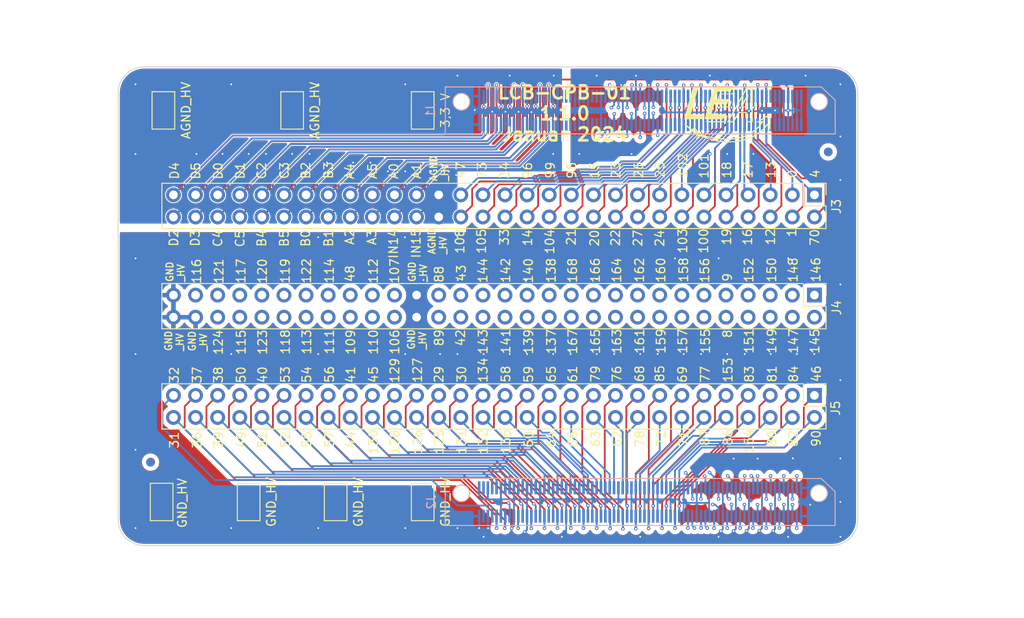
<source format=kicad_pcb>
(kicad_pcb (version 20221018) (generator pcbnew)
  (title_block (date "2023-12-14") (company "LEA Universität Paderborn"))
  (layers (0 "F.Cu" signal) (1 "In1.Cu" signal) (2 "In2.Cu" signal) (31 "B.Cu" signal) (34 "B.Paste" user) (35 "F.Paste" user) (36 "B.SilkS" user "B.Silkscreen") (37 "F.SilkS" user "F.Silkscreen") (38 "B.Mask" user) (39 "F.Mask" user) (44 "Edge.Cuts" user))
  (net 0 "")
  (net 1 "FreePin1")
  (net 2 "FreePin2")
  (net 3 "MCAN_RX|GPIO70")
  (net 4 "MCAN_TX|GPIO4")
  (net 5 "I2CA_SCL|GPIO1")
  (net 6 "I2CA_SDA|GPIO0")
  (net 7 "SCIC_TX|GPIO12")
  (net 8 "SCIC_RX|GPIO13")
  (net 9 "SPIA_MOSI|GPIO16")
  (net 10 "SPIA_MISO|GPIO17")
  (net 11 "SPIA_STEn|GPIO19")
  (net 12 "SPIA_CLK|GPIO18")
  (net 13 "SPIC_MOSI|GPIO100")
  (net 14 "SPIC_MISO|GPIO101")
  (net 15 "SPIC_STEn|GPIO103")
  (net 16 "SPIC_CLK|GPIO102")
  (net 17 "SPIB_MOSI|GPIO24")
  (net 18 "SPIB_MISO|GPIO25")
  (net 19 "SPIB_STEn|GPIO27")
  (net 20 "SPIB_CLK|GPIO26")
  (net 21 "SCIB_TX|GPIO22")
  (net 22 "SCIB_RX|GPIO23")
  (net 23 "GPIO20_nErr1")
  (net 24 "GPIO15_Err1")
  (net 25 "GPIO21_nErr2")
  (net 26 "GPIO95_Err2")
  (net 27 "GPIO104_nErr3")
  (net 28 "GPIO99_Err3")
  (net 29 "GPIO14_nErr4")
  (net 30 "GPIO96_Err4")
  (net 31 "GPIO33")
  (net 32 "GPIO34")
  (net 33 "ENET_MDIO_CLK|GPIO105")
  (net 34 "ENET_RMII_CLK|GPIO73")
  (net 35 "ENET_MII_INTR|GPIO108")
  (net 36 "ENET_PPSO|GPIO47")
  (net 37 "ENET_MDIO_DATA|GPIO106")
  (net 38 "ENET_REVMII_MDIO_RST|GPIO107")
  (net 39 "ENET_MII_COL|GPIO110")
  (net 40 "ENET_MII_CRS|GPIO109")
  (net 41 "ENET_MII_RX_CLK|GPIO111")
  (net 42 "ENET_MII_RX_Data0|GPIO114")
  (net 43 "ENET_MII_RX_ERR|GPIO113")
  (net 44 "ENET_MII_TX_Data1|GPIO122")
  (net 45 "ENET_MII_TX_EN|GPIO118")
  (net 46 "ENET_MII_TX_ERR|GPIO119")
  (net 47 "ENET_MII_TX_Data2|GPIO123")
  (net 48 "ENET_MII_TX_CLK|GPIO120")
  (net 49 "ENET_MII_RX_Data1|GPIO115")
  (net 50 "ENET_MII_RX_Data3|GPIO117")
  (net 51 "ENET_MII_TX_Data3|GPIO124")
  (net 52 "ENET_MII_TX_Data0|GPIO121")
  (net 53 "ENET_CLK_25MHz")
  (net 54 "ENET_MII_RX_Data2|GPIO116")
  (net 55 "FreePin3")
  (net 56 "FreePin4")
  (net 57 "FreePin5")
  (net 58 "FreePin6")
  (net 59 "FreePin7")
  (net 60 "FreePin8")
  (net 61 "ADC_IN15_N")
  (net 62 "ADC_A1_N")
  (net 63 "ADC_IN14_P")
  (net 64 "ADC_A0_P")
  (net 65 "ADC_A3_N")
  (net 66 "ADC_A5_N")
  (net 67 "ADC_A2_P")
  (net 68 "ADC_A4_P")
  (net 69 "ADC_B1_N")
  (net 70 "ADC_B3_N")
  (net 71 "ADC_B0_P")
  (net 72 "ADC_B2_P")
  (net 73 "ADC_B5_N")
  (net 74 "ADC_C3_N")
  (net 75 "ADC_B4_P")
  (net 76 "ADC_C2_P")
  (net 77 "ADC_C5_N")
  (net 78 "ADC_D1_N")
  (net 79 "ADC_C4_P")
  (net 80 "ADC_D0_P")
  (net 81 "ADC_D3_N")
  (net 82 "ADC_D5_N")
  (net 83 "ADC_D2_P")
  (net 84 "ADC_D4_P")
  (net 85 "EPWM1A|GPIO145")
  (net 86 "EPWM1B|GPIO146")
  (net 87 "EPWM2A|GPIO147")
  (net 88 "EPWM2B|GPIO148")
  (net 89 "EPWM3B|GPIO150")
  (net 90 "EPWM4A|GPIO151")
  (net 91 "EPWM4B|GPIO152")
  (net 92 "EPWM5A|GPIO8")
  (net 93 "EPWM5B|GPIO9")
  (net 94 "EPWM6A|GPIO155")
  (net 95 "EPWM6B|GPIO156")
  (net 96 "EPWM7A|GPIO157")
  (net 97 "EPWM7B|GPIO158")
  (net 98 "EPWM8A|GPIO159")
  (net 99 "EPWM8B|GPIO160")
  (net 100 "EPWM9A|GPIO161")
  (net 101 "EPWM9B|GPIO162")
  (net 102 "EPWM10A|GPIO163")
  (net 103 "EPWM10B|GPIO164")
  (net 104 "EPWM11A|GPIO165")
  (net 105 "EPWM11B|GPIO166")
  (net 106 "EPWM12A|GPIO167")
  (net 107 "EPWM12B|GPIO168")
  (net 108 "EPWM13A|GPIO137")
  (net 109 "EPWM13B|GPIO138")
  (net 110 "EPWM14A|GPIO139")
  (net 111 "EPWM14B|GPIO140")
  (net 112 "EPWM15A|GPIO141")
  (net 113 "EPWM15B|GPIO142")
  (net 114 "EPWM16A|GPIO143")
  (net 115 "EPWM16B|GPIO144")
  (net 116 "UARTA_TX|GPIO42")
  (net 117 "UARTA_RX|GPIO43")
  (net 118 "ESC_TX0_DATA2|GPIO89")
  (net 119 "ESC_TX0_DATA1|GPIO88")
  (net 120 "ESC_TX0_DATA3|GPIO90")
  (net 121 "ESC_MDIO_CLK|GPIO46")
  (net 122 "ESC_RX0_DATA2|GPIO82")
  (net 123 "ESC_TX0_ENA|GPIO84")
  (net 124 "ESC_RX0_DATA0|GPIO80")
  (net 125 "ESC_RX0_DATA1|GPIO81")
  (net 126 "ESC_PHY_CLK|GPIO154")
  (net 127 "ESC_RX0_DATA3|GPIO83")
  (net 128 "ESC_PHY0_LINKSTATUS|GPIO86")
  (net 129 "ESC_MDIO_DATA|GPIO153")
  (net 130 "ESC_TX0_DATA0|GPIO87")
  (net 131 "ESC_RX0_CLK|GPIO77")
  (net 132 "ESC_RX1_ERR|GPIO71")
  (net 133 "ESC_RX1_CLK|GPIO69")
  (net 134 "ESC_TX1_DATA3|GPIO72")
  (net 135 "ESC_TX0_CLK|GPIO85")
  (net 136 "ESC_RX0_DV|GPIO78")
  (net 137 "ESC_PHY1_LINKSTATUS|GPIO68")
  (net 138 "ESC_LED_STATE_RUN|GPIO62")
  (net 139 "ESC_PHY_RESETn|GPIO76")
  (net 140 "ESC_RX1_DATA0|GPIO63")
  (net 141 "ESC_RX0_ERR|GPIO79")
  (net 142 "ESC_RX1_DATA3|GPIO66")
  (net 143 "ESC_LED_RUN|GPIO61")
  (net 144 "ESC_RX1_DATA1|GPIO64")
  (net 145 "ESC_RX1_DATA2|GPIO65")
  (net 146 "ESC_LED_ERR|GPIO60")
  (net 147 "ESC_LED_LINK1_ACTIVE|GPIO59")
  (net 148 "ESC_RX1_DV|GPIO136")
  (net 149 "ESC_LED_LINK0_ACTIVE|GPIO58")
  (net 150 "ESC_TX1_DATA1|GPIO132")
  (net 151 "ESC_TX1_DATA2|GPIO134")
  (net 152 "ESC_TX1_DATA0|GPIO131")
  (net 153 "ESC_I2C_SCL|GPIO30")
  (net 154 "ESC_LATCH0|GPIO125")
  (net 155 "ESC_I2C_SDA|GPIO29")
  (net 156 "ESC_LATCH1|GPIO126")
  (net 157 "ESC_SYNC0|GPIO127")
  (net 158 "ESC_SYNC1|GPIO128")
  (net 159 "ESC_TX1_ENA|GPIO129")
  (net 160 "ESC_TX1_CLK|GPIO130")
  (net 161 "GPIO45")
  (net 162 "GPIO44")
  (net 163 "GPIO41")
  (net 164 "SSIA_FSS|GPIO57")
  (net 165 "SSIA_CLK|GPIO56")
  (net 166 "SSIA_RX|GPIO55")
  (net 167 "SSIA_TX|GPIO54")
  (net 168 "GPIO52")
  (net 169 "GPIO53")
  (net 170 "GPIO51")
  (net 171 "GPIO40")
  (net 172 "GPIO49")
  (net 173 "GPIO50")
  (net 174 "CANB_RX|GPIO39")
  (net 175 "CANB_TX|GPIO38")
  (net 176 "CANA_RX|GPIO36")
  (net 177 "CANA_TX|GPIO37")
  (net 178 "CM-I2CA_SDA|GPIO31")
  (net 179 "CM-I2CA_SCL|GPIO32")
  (net 186 "ENET_MII_RX_DV|GPIO112")
  (net 187 "ENET_PPS1|GPIO48")
  (net 188 "P1_CLK_25MHz")
  (net 189 "P0_CLK_25MHz")
  (net 190 "+3V3_Connector_HV")
  (net 191 "GND_HV")
  (net 192 "AGND_HV")
  (net 193 "EPWM3A|GPIO149")
  (footprint "LEA_FootprintLibrary:TestPoint_KeystoneElectronics5019" (layer "F.Cu") (at 115.349522 56.709522 -90)
    (fp_text reference "AGND_HV")
    (fp_text value "TP_Keystone_Electronics_5019" hide)
  )
  (footprint "LEA_FootprintLibrary:TestPoint_KeystoneElectronics5019" (layer "F.Cu") (at 100.549522 56.709522 -90)
    (fp_text reference "AGND_HV")
    (fp_text value "TP_Keystone_Electronics_5019" hide)
  )
  (footprint "LEA_FootprintLibrary:SYM_lea_logo" (layer "F.Cu") (at 164.634656 55.669522)
    (fp_text reference "O1" hide)
    (fp_text value "SYM_LEA_Logo")
  )
  (footprint "LEA_FootprintLibrary:PinHeader_2x30_P2.54mm_Vertical" (layer "F.Cu") (at 175.369522 89.454522 -90)
    (fp_text reference "J5")
    (fp_text value "02x30_Row_Letter_Last")
  )
  (footprint "LEA_FootprintLibrary:TestPoint_KeystoneElectronics5019" (layer "F.Cu") (at 130.349522 56.709522 -90)
    (fp_text reference "3,3 V")
    (fp_text value "TP_Keystone_Electronics_5019" hide)
  )
  (footprint "LEA_FootprintLibrary:TestPoint_KeystoneElectronics5019" (layer "F.Cu") (at 100.349522 101.709522 -90)
    (fp_text reference "TP7" hide)
    (fp_text value "TP_Keystone_Electronics_5019" hide)
  )
  (footprint "LEA_FootprintLibrary:Fiducials_medium" (layer "F.Cu") (at 99.089522 97.119522)
    (fp_text reference "O4" hide)
    (fp_text value "Fiducial_medium" hide)
  )
  (footprint "LEA_FootprintLibrary:TestPoint_KeystoneElectronics5019" (layer "F.Cu") (at 110.349522 101.709522 -90)
    (fp_text reference "GND_HV")
    (fp_text value "TP_Keystone_Electronics_5019" hide)
  )
  (footprint "LEA_FootprintLibrary:PinHeader_2x30_P2.54mm_Vertical" (layer "F.Cu") (at 175.369522 77.934522 -90)
    (fp_text reference "J4")
    (fp_text value "02x30_Row_Letter_Last" hide)
  )
  (footprint "LEA_FootprintLibrary:TestPoint_KeystoneElectronics5019" (layer "F.Cu") (at 130.349522 101.709522 -90)
    (fp_text reference "GND_HV")
    (fp_text value "TP_Keystone_Electronics_5019" hide)
  )
  (footprint "LEA_FootprintLibrary:Fiducials_medium" (layer "F.Cu") (at 176.959522 61.479522)
    (fp_text reference "O5" hide)
    (fp_text value "Fiducial_medium" hide)
  )
  (footprint "LEA_FootprintLibrary:PinHeader_2x30_P2.54mm_Vertical" (layer "F.Cu") (at 175.369522 66.414522 -90)
    (fp_text reference "J3")
    (fp_text value "02x30_Row_Letter_Last")
  )
  (footprint "LEA_FootprintLibrary:TestPoint_KeystoneElectronics5019" (layer "F.Cu") (at 120.349522 101.709522 -90)
    (fp_text reference "GND_HV")
    (fp_text value "TP_Keystone_Electronics_5019" hide)
  )
  (footprint "LEA_FootprintLibrary:ERM5-075-05.0-L-DV" (layer "B.Cu") (at 155.349522 56.709522 180)
    (fp_text reference "J1")
    (fp_text value "ERM5-075-05.0-L-DV-K-TR" hide)
  )
  (footprint "LEA_FootprintLibrary:ERM5-075-05.0-L-DV" (layer "B.Cu") (at 155.339522 101.709522 180)
    (fp_text reference "J2")
    (fp_text value "ERM5-075-05.0-L-DV-K-TR" hide)
  )
  (footprint "LEA_FootprintLibrary:Fiducials_medium" (layer "B.Cu") (at 99.059522 97.149522 180)
    (fp_text reference "O2" hide)
    (fp_text value "Fiducial_medium" hide)
  )
  (footprint "LEA_FootprintLibrary:Fiducials_medium" (layer "B.Cu") (at 176.959522 61.479522 180)
    (fp_text reference "O3" hide)
    (fp_text value "Fiducial_medium" hide)
  )
  (gr_arc locked (start 180.349522 103.709522) (mid 179.470839 105.830839) (end 177.349522 106.709522) (stroke (width 0.1)) (layer "Edge.Cuts"))
  (gr_arc locked (start 177.349522 51.709522) (mid 179.470831 52.588206) (end 180.349522 54.709522) (stroke (width 0.1)) (layer "Edge.Cuts"))
  (gr_line locked (start 177.349522 51.709522) (end 98.349522 51.709522) (stroke (width 0.1)) (layer "Edge.Cuts"))
  (gr_line locked (start 180.349522 103.709522) (end 180.349522 54.709522) (stroke (width 0.1)) (layer "Edge.Cuts"))
  (gr_arc locked (start 98.349522 106.709522) (mid 96.228191 105.830847) (end 95.349522 103.709522) (stroke (width 0.1)) (layer "Edge.Cuts"))
  (gr_arc locked (start 95.349522 54.709522) (mid 96.228198 52.588198) (end 98.349522 51.709522) (stroke (width 0.1)) (layer "Edge.Cuts"))
  (gr_line locked (start 95.349522 54.709522) (end 95.349522 103.709522) (stroke (width 0.1)) (layer "Edge.Cuts"))
  (gr_line locked (start 98.349522 106.709522) (end 177.349522 106.709522) (stroke (width 0.1)) (layer "Edge.Cuts"))
  (gr_text "GND_HV" (at 102.719522 101.829522 90) (layer "F.SilkS") (effects (font (size 1 1))))
  (gr_text "109" (at 122.069522 84.869522 90) (layer "F.SilkS") (effects (font (size 1 1)) (justify left)))
  (gr_text "139" (at 142.519522 84.819522 90) (layer "F.SilkS") (effects (font (size 1 1)) (justify left)))
  (gr_text "107" (at 127.119522 76.679522 90) (layer "F.SilkS") (effects (font (size 1 1)) (justify left)))
  (gr_text "154" (at 167.869522 96.249522 90) (layer "F.SilkS") (effects (font (size 1 1)) (justify left)))
  (gr_text "18" (at 165.299522 64.599522 90) (layer "F.SilkS") (effects (font (size 1 1)) (justify left)))
  (gr_text " 43" (at 134.789522 77.219522 90) (layer "F.SilkS") (effects (font (size 1 1)) (justify left)))
  (gr_text "30" (at 134.839522 88.079522 90) (layer "F.SilkS") (effects (font (size 1 1)) (justify left)))
  (gr_text " 90" (at 175.569522 96.209522 90) (layer "F.SilkS") (effects (font (size 1 1)) (justify left)))
  (gr_text "40" (at 111.949522 88.139522 90) (layer "F.SilkS") (effects (font (size 1 1)) (justify left)))
  (gr_text "77" (at 162.819522 88.089522 90) (layer "F.SilkS") (effects (font (size 1 1)) (justify left)))
  (gr_text "147" (at 172.969522 84.759522 90) (layer "F.SilkS") (effects (font (size 1 1)) (justify left)))
  (gr_text "121" (at 106.939522 76.719522 90) (layer "F.SilkS") (effects (font (size 1 1)) (justify left)))
  (gr_text "115" (at 109.489522 84.869522 90) (layer "F.SilkS") (effects (font (size 1 1)) (justify left)))
  (gr_text "34" (at 139.799522 64.629522 90) (layer "F.SilkS") (effects (font (size 1 1)) (justify left)))
  (gr_text " C4" (at 106.809522 73.249522 90) (layer "F.SilkS") (effects (font (size 1 1)) (justify left)))
  (gr_text "47" (at 134.729522 64.649522 90) (layer "F.SilkS") (effects (font (size 1 1)) (justify left)))
  (gr_text "23" (at 152.559522 64.619522 90) (layer "F.SilkS") (effects (font (size 1 1)) (justify left)))
  (gr_text "68" (at 155.289522 88.029522 90) (layer "F.SilkS") (effects (font (size 1 1)) (justify left)))
  (gr_text "130" (at 124.699522 96.339522 90) (layer "F.SilkS") (effects (font (size 1 1)) (justify left)))
  (gr_text "79" (at 150.209522 88.049522 90) (layer "F.SilkS") (effects (font (size 1 1)) (justify left)))
  (gr_text "GND\n_HV" (at 129.689522 84.259522 90) (layer "F.SilkS") (effects (font (size 0.8 0.75)) (justify left)))
  (gr_text " 60" (at 142.529522 96.309522 90) (layer "F.SilkS") (effects (font (size 1 1)) (justify left)))
  (gr_text "17" (at 167.749522 64.599522 90) (layer "F.SilkS") (effects (font (size 1 1)) (justify left)))
  (gr_text "53" (at 114.569522 88.119522 90) (layer "F.SilkS") (effects (font (size 1 1)) (justify left)))
  (gr_text " A2" (at 121.959522 72.999522 90) (layer "F.SilkS") (effects (font (size 1 1)) (justify left)))
  (gr_text "120" (at 111.929522 76.699522 90) (layer "F.SilkS") (effects (font (size 1 1)) (justify left)))
  (gr_text "113" (at 117.019522 84.849522 90) (layer "F.SilkS") (effects (font (size 1 1)) (justify left)))
  (gr_text "8" (at 165.379522 82.949522 90) (layer "F.SilkS") (effects (font (size 1 1)) (justify left)))
  (gr_text "AGND\n_HV" (at 132.249522 64.919522 90) (layer "F.SilkS") (effects (font (size 0.8 0.75)) (justify left)))
  (gr_text "32" (at 101.799522 88.179522 90) (layer "F.SilkS") (effects (font (size 1 1)) (justify left)))
  (gr_text "119\n" (at 114.549522 76.679522 90) (layer "F.SilkS") (effects (font (size 1 1)) (justify left)))
  (gr_text " 21" (at 147.419522 73.069522 90) (layer "F.SilkS") (effects (font (size 1 1)) (justify left)))
  (gr_text "GND\n_HV" (at 129.779522 76.489522 90) (layer "F.SilkS") (effects (font (size 0.8 0.75) (thickness 0.15) bold) (justify left)))
  (gr_text "73" (at 137.179522 64.649522 90) (layer "F.SilkS") (effects (font (size 1 1)) (justify left)))
  (gr_text "15" (at 150.099522 64.619522 90) (layer "F.SilkS") (effects (font (size 1 1)) (justify left)))
  (gr_text " B5" (at 114.439522 73.239522 90) (layer "F.SilkS") (effects (font (size 1 1)) (justify left)))
  (gr_text " B4" (at 111.849522 73.239522 90) (layer "F.SilkS") (effects (font (size 1 1)) (justify left)))
  (gr_text "D0" (at 106.849522 64.729522 90) (layer "F.SilkS") (effects (font (size 1 1)) (justify left)))
  (gr_text "46" (at 175.589522 88.029522 90) (layer "F.SilkS") (effects (font (size 1 1)) (justify left)))
  (gr_text "111" (at 119.639522 84.829522 90) (layer "F.SilkS") (effects (font (size 1 1)) (justify left)))
  (gr_text "127" (at 129.759522 88.099522 90) (layer "F.SilkS") (effects (font (size 1 1)) (justify left)))
  (gr_text "50" (at 109.489522 88.139522 90) (layer "F.SilkS") (effects (font (size 1 1)) (justify left)))
  (gr_text "C3" (at 114.459522 64.689522 90) (layer "F.SilkS") (effects (font (size 1 1)) (justify left)))
  (gr_text " D3" (at 104.209522 73.199522 90) (layer "F.SilkS") (effects (font (size 1 1)) (justify left)))
  (gr_text "58" (at 139.909522 88.059522 90) (layer "F.SilkS") (effects (font (size 1 1)) (justify left)))
  (gr_text " 88" (at 132.239522 77.349522 90) (layer "F.SilkS") (effects (font (size 1 1)) (justify left)))
  (gr_text "153" (at 165.439522 88.069522 90) (layer "F.SilkS") (effects (font (size 1 1)) (justify left)))
  (gr_text "D5" (at 104.279522 64.729522 90) (layer "F.SilkS") (effects (font (size 1 1)) (justify left)))
  (gr_text "D4" (at 101.829522 64.719522 90) (layer "F.SilkS") (effects (font (size 1 1)) (justify left)))
  (gr_text " D2" (at 101.749522 73.199522 90) (layer "F.SilkS") (effects (font (size 1 1)) (justify left)))
  (gr_text "96" (at 142.409522 64.659522 90) (layer "F.SilkS") (effects (font (size 1 1)) (justify left)))
  (gr_text " 12" (at 170.319522 73.049522 90) (layer "F.SilkS") (effects (font (size 1 1)) (justify left)))
  (gr_text "GND\n_HV" (at 101.929522 76.489522 90) (layer "F.SilkS") (effects (font (size 0.8 0.75)) (justify left)))
  (gr_text "0" (at 172.829522 64.579522 90) (layer "F.SilkS") (effects (font (size 1 1)) (justify left)))
  (gr_text " 16" (at 167.689522 73.079522 90) (layer "F.SilkS") (effects (font (size 1 1)) (justify left)))
  (gr_text " 78" (at 155.299522 96.249522 90) (layer "F.SilkS") (effects (font (size 1 1)) (justify left)))
  (gr_text " 51	" (at 111.959522 96.359522 90) (layer "F.SilkS") (effects (font (size 1 1)) (justify left)))
  (gr_text "128" (at 127.149522 96.339522 90) (layer "F.SilkS") (effects (font (size 1 1)) (justify left)))
  (gr_text " 55" (at 117.029522 96.339522 90) (layer "F.SilkS") (effects (font (size 1 1)) (justify left)))
  (gr_text "118" (at 114.569522 84.849522 90) (layer "F.SilkS") (effects (font (size 1 1)) (justify left)))
  (gr_text "38" (at 106.869522 88.159522 90) (layer "F.SilkS") (effects (font (size 1 1)) (justify left)))
  (gr_text "A0" (at 127.029522 64.689522 90) (layer "F.SilkS") (effects (font (size 1 1)) (justify left)))
  (gr_text "99" (at 145.019522 64.629522 90) (layer "F.SilkS") (effects (font (size 1 1)) (justify left)))
  (gr_text "131" (at 134.849522 96.299522 90) (layer "F.SilkS") (effects (font (size 1 1)) (justify left)))
  (gr_text "A1" (at 129.649522 64.669522 90) (layer "F.SilkS") (effects (font (size 1 1)) (justify left)))
  (gr_text "157" (at 160.229522 84.759522 90) (layer "F.SilkS") (effects (font (size 1 1)) (justify left)))
  (gr_text "100" (at 162.639522 73.239522 90) (layer "F.SilkS") (effects (font (size 1 1)) (justify left)))
  (gr_text "61" (at 147.589522 88.069522 90) (layer "F.SilkS") (effects (font (size 1 1)) (justify left)))
  (gr_text "B3" (at 119.529522 64.669522 90) (layer "F.SilkS") (effects (font (size 1 1)) (justify left)))
  (gr_text "129" (at 127.139522 88.119522 90) (layer "F.SilkS") (effects (font (size 1 1)) (justify left)))
  (gr_text " 44" (at 122.079522 96.359522 90) (layer "F.SilkS") (effects (font (size 1 1)) (justify left)))
  (gr_text " 49" (at 109.499522 96.359522 90) (layer "F.SilkS") (effects (font (size 1 1)) (justify left)))
  (gr_text "37" (at 104.419522 88.159522 90) (layer "F.SilkS") (effects (font (size 1 1)) (justify left)))
  (gr_text "159" (at 157.739522 84.759522 90) (layer "F.SilkS") (effects (font (size 1 1)) (justify left)))
  (gr_text "81" (at 170.509522 88.049522 90) (layer "F.SilkS") (effects (font (size 1 1)) (justify left)))
  (gr_text "41" (at 122.069522 88.139522 90) (layer "F.SilkS") (effects (font (size 1 1)) (justify left)))
  (gr_text "89" (at 132.239522 83.889522 90) (layer "F.SilkS") (effects (font (size 1 1)) (justify left)))
  (gr_text "125" (at 132.229522 96.319522 90) (layer "F.SilkS") (effects (font (size 1 1)) (justify left)))
  (gr_text " 82" (at 172.949522 96.229522 90) (layer "F.SilkS") (effects (font (size 1 1)) (justify left)))
  (gr_text " 20" (at 150.099522 73.199522 90) (layer "F.SilkS") (effects (font (size 1 1)) (justify left)))
  (gr_text "136" (at 139.919522 96.279522 90) (layer "F.SilkS") (effects (font (size 1 1)) (justify left)))
  (gr_text "69" (at 160.199522 88.099522 90) (layer "F.SilkS") (effects (font (size 1 1)) (justify left)))
  (gr_text " B0" (at 116.899522 73.229522 90) (layer "F.SilkS") (effects (font (size 1 1)) (justify left)))
  (gr_text "4" (at 175.449522 64.559522 90) (layer "F.SilkS") (effects (font (size 1 1)) (justify left)))
  (gr_text " 31" (at 101.809522 96.399522 90) (layer "F.SilkS") (effects (font (size 1 1)) (justify left)))
  (gr_text "108" (at 134.629522 73.269522 90) (layer "F.SilkS") (effects (font (size 1 1)) (justify left)))
  (gr_text " 19" (at 165.279522 73.049522 90) (layer "F.SilkS") (effects (font (size 1 1)) (justify left)))
  (gr_text "124" (at 106.869522 84.889522 90) (layer "F.SilkS") (effects (font (size 1 1)) (justify left)))
  (gr_text "101" (at 162.679522 64.619522 90) (layer "F.SilkS") (effects (font (size 1 1)) (justify left)))
  (gr_text " 72" (at 157.749522 96.249522 90) (layer "F.SilkS") (effects (font (size 1 1)) (justify left)))
  (gr_text "  9" (at 165.369522 77.999522 90) (layer "F.SilkS") (effects (font (size 1 1)) (justify left)))
  (gr_text "C2" (at 111.839522 64.709522 90) (layer "F.SilkS") (effects (font (size 1 1)) (justify left)))
  (gr_text "168" (at 147.569522 76.629522 90) (layer "F.SilkS") (effects (font (size 1 1)) (justify left)))
  (gr_text "83" (at 167.889522 88.069522 90) (layer "F.SilkS") (effects (font (size 1 1)) (justify left)))
  (gr_text " 39" (at 106.879522 96.379522 90) (layer "F.SilkS") (effects (font (size 1 1)) (justify left)))
  (gr_text " 70" (at 175.409522 73.109522 90) (layer "F.SilkS") (effects (font (size 1 1)) (justify left)))
  (gr_text "126" (at 129.769522 96.319522 90) (layer "F.SilkS") (effects (font (size 1 1)) (justify left)))
  (gr_text "140" (at 142.499522 76.649522 90) (layer "F.SilkS") (effects (font (size 1 1)) (justify left)))
  (gr_text "144" (at 137.269522 76.639522 90) (layer "F.SilkS") (effects (font (size 1 1)) (justify left)))
  (gr_text "85" (at 157.599522 88.009522 90) (layer "F.SilkS") (effects (font (size 1 1)) (justify left)))
  (gr_text "GND\n_HV" (at 101.789522 84.429522 90) (layer "F.SilkS") (effects (font (size 0.8 0.75) (thickness 0.15) bold) (justify left)))
  (gr_text "13" (at 170.369522 64.579522 90) (layer "F.SilkS") (effects (font (size 1 1)) (justify left)))
  (gr_text "LCB-CPB-01\n1.1.0\nJanuar 2024" (at 146.659522 57.059522) (layer "F.SilkS") (effects (font (size 1.5 1.5) (thickness 0.3))))
  (gr_text "152" (at 167.839522 76.589522 90) (layer "F.SilkS") (effects (font (size 1 1)) (justify left)))
  (gr_text "76" (at 152.669522 88.049522 90) (layer "F.SilkS") (effects (font (size 1 1)) (justify left)))
  (gr_text "167" (at 147.589522 84.799522 90) (layer "F.SilkS") (effects (font (size 1 1)) (justify left)))
  (gr_text " 14" (at 142.409522 73.159522 90) (layer "F.SilkS") (effects (font (size 1 1)) (justify left)))
  (gr_text "114" (at 119.619522 76.659522 90) (layer "F.SilkS") (effects (font (size 1 1)) (justify left)))
  (gr_text " 87" (at 162.789522 96.099522 90) (layer "F.SilkS") (effects (font (size 1 1)) (justify left)))
  (gr_text "158" (at 160.339522 76.569522 90) (layer "F.SilkS") (effects (font (size 1 1)) (justify left)))
  (gr_text "GND\n_HV" (at 104.499522 84.459522 90) (layer "F.SilkS") (effects (font (size 0.8 0.75) (thickness 0.15) bold) (justify left)))
  (gr_text "142" (at 139.889522 76.619522 90) (layer "F.SilkS") (effects (font (size 1 1)) (justify left)))
  (gr_text "95" (at 147.479522 64.639522 90) (layer "F.SilkS") (effects (font (size 1 1)) (justify left)))
  (gr_text "54" (at 117.019522 88.119522 90) (layer "F.SilkS") (effects (font (size 1 1)) (justify left)))
  (gr_text " 57" (at 119.649522 96.319522 90) (layer "F.SilkS") (effects (font (size 1 1)) (justify left)))
  (gr_text "IN15" (at 129.589522 73.779522 90) (layer "F.SilkS") (effects (font (size 1 1)) (justify left)))
  (gr_text " 86" (at 165.439522 96.079522 90) (layer "F.SilkS") (effects (font (size 1 1)) (justify left)))
  (gr_text " 80" (at 170.489522 96.229522 90) (layer "F.SilkS") (effects (font (size 1 1)) (justify left)))
  (gr_text "A4" (at 121.959522 64.709522 90) (layer "F.SilkS") (effects (font (size 1 1)) (justify left)))
  (gr_text "151" (at 167.859522 84.739522 90) (layer "F.SilkS") (effects (font (size 1 1)) (justify left)))
  (gr_text "  1" (at 172.769522 72.879522 90) (layer "F.SilkS") (effects (font (size 1 1)) (justify left)))
  (gr_text "160" (at 157.719522 76.589522 90) (layer "F.SilkS") (effects (font (size 1 1)) (justify left)))
  (gr_text " 33" (at 139.739522 73.079522 90) (layer "F.SilkS") (effects (font (size 1 1)) (justify left)))
  (gr_text "143" (at 137.289522 84.809522 90) (layer "F.SilkS") (effects (font (size 1 1)) (justify left)))
  (gr_text " 62" (at 152.679522 96.269522 90) (layer "F.SilkS") (effects (font (size 1 1)) (justify left)))
  (gr_text "B2" (at 116.909522 64.689522 90) (layer "F.SilkS") (effects (font (size 1 1)) (justify left)))
  (gr_text "104" (at 144.959522 73.319522 90) (layer "F.SilkS") (effects (font (size 1 1)) (justify left)))
  (gr_text "122" (at 116.999522 76.679522 90) (layer "F.SilkS") (effects (font (size 1 1)) (justify left)))
  (gr_text "166" (at 150.189522 76.609522 90) (layer "F.SilkS") (effects (font (size 1 1)) (justify left)))
  (gr_text "164" (at 152.649522 76.609522 90) (layer "F.SilkS") (effects (font (size 1 1)) (justify left)))
  (gr_text " A3" (at 124.509522 73.039522 90) (layer "F.SilkS") (effects (font (size 1 1)) (justify left)))
  (gr_text "163" (at 152.669522 84.779522 90) (layer "F.SilkS") (effects (font (size 1 1)) (justify left)))
  (gr_text "26" (at 155.179522 64.599522 90) (layer "F.SilkS") (effects (font (size 1 1)) (justify left)))
  (gr_text "148" (at 172.919522 76.569522 90) (layer "F.SilkS") (effects (font (size 1 1)) (justify left)))
  (gr_text " 27" (at 155.079522 73.199522 90) (layer "F.SilkS") (effects (font (size 1 1)) (justify left)))
  (gr_text " 66" (at 147.599522 96.289522 90) (layer "F.SilkS") (effects (font (size 1 1)) (justify left)))
  (gr_text " B1" (at 119.539522 73.239522 90) (layer "F.SilkS") (effects (font (size 1 1)) (justify left)))
  (gr_text "102" (at 160.249522 64.579522 90) (layer "F.SilkS") (effects (font (size 1 1)) (justify left)))
  (gr_text "123" (at 111.949522 84.869522 90) (layer "F.SilkS") (effects (font (size 1 1)) (justify left)))
  (gr_text "65" (at 145.139522 88.069522 90) (layer "F.SilkS") (effects (font (size 1 1)) (justify left)))
  (gr_text " 22" (at 152.509522 73.169522 90) (layer "F.SilkS") (effects (font (size 1 1)) (justify left)))
  (gr_text "162" (at 155.269522 76.589522 90) (layer "F.SilkS") (effects (font (size 1 1)) (justify left)))
  (gr_text "42" (at 134.699522 83.899522 90) (layer "F.SilkS") (effects (font (size 1 1)) (justify left)))
  (gr_text "110" (at 124.689522 84.849522 90) (layer "F.SilkS") (effects (font (size 1 1)) (justify left)))
  (gr_text "117" (at 109.469522 76.699522 90) (layer "F.SilkS") (effects (font (size 1 1)) (justify left)))
  (gr_text " 36" (at 104.429522 96.379522 90) (layer "F.SilkS") (effects (font (size 1 1)) (justify left)))
  (gr_text " 24" (at 157.599522 73.219522 90) (layer "F.SilkS") (effects (font (size 1 1)) (justify left)))
  (gr_text " 63" (at 150.219522 96.269522 90) (layer "F.SilkS") (effects (font (size 1 1)) (justify left)))
  (gr_text " C5" (at 109.359522 73.279522 90) (layer "F.SilkS") (effects (font (size 1 1)) (justify left)))
  (gr_text " 64" (at 145.149522 96.289522 90) (layer "F.SilkS") (effects (font (size 1 1)) (justify left)))
  (gr_text "161" (at 155.289522 84.759522 90) (layer "F.SilkS") (effects (font (size 1 1)) (justify left)))
  (gr_text "103" (at 160.229522 73.229522 90) (layer "F.SilkS") (effects (font (size 1 1)) (justify left)))
  (gr_text "56" (at 119.639522 88.099522 90) (layer "F.SilkS") (effects (font (size 1 1)) (justify left)))
  (gr_text "145" (at 175.419522 84.759522 90) (layer "F.SilkS") (effects (font (size 1 1)) (justify left)))
  (gr_text "155" (at 162.859522 84.759522 90) (layer "F.SilkS") (effects (font (size 1 1)) (justify left)))
  (gr_text "116" (at 104.369522 76.719522 90) (layer "F.SilkS") (effects (font (size 1 1)) (justify left)))
  (gr_text "D1" (at 109.379522 64.709522 90) (layer "F.SilkS") (effects (font (size 1 1)) (justify left)))
  (gr_text " 71" (at 160.369522 96.229522 90) (layer "F.SilkS") (effects (font (size 1 1)) (justify left)))
  (gr_text "105" (at 137.109522 73.269522 90) (layer "F.SilkS") (effects (font (size 1 1)) (justify left)))
  (gr_text "106" (at 127.139522 84.849522 90) (layer "F.SilkS") (effects (font (size 1 1)) (justify left)))
  (gr_text "25" (at 157.629522 64.599522 90) (layer "F.SilkS") (effects (font (size 1 1)) (justify left)))
  (gr_text "138" (at 145.119522 76.629522 90) (layer "F.SilkS") (effects (font (size 1 1)) (justify left)))
  (gr_text "84" (at 172.969522 88.049522 90) (layer "F.SilkS") (effects (font (size 1 1)) (justify left)))
  (gr_text "149" (at 170.479522 84.739522 90) (layer "F.SilkS") (effects (font (size 1 1)) (justify left)))
  (gr_text "IN14" (at 126.989522 73.829522 90) (layer "F.SilkS") (effects (font (size 1 1)) (justify left)))
  (gr_text "137" (at 145.139522 84.799522 90) (layer "F.SilkS") (effects (font (size 1 1)) (justify left)))
  (gr_text "134" (at 137.289522 88.079522 90) (layer "F.SilkS") (effects (font (size 1 1)) (justify left)))
  (gr_text "150" (at 170.459522 76.569522 90) (layer "F.SilkS") (effects (font (size 1 1)) (justify left)))
  (gr_text "59" (at 142.519522 88.089522 90) (layer "F.SilkS") (effects (font (size 1 1)) (justify left)))
  (gr_text "156" (at 162.769522 76.609522 90) (layer "F.SilkS") (effects (font (size 1 1)) (justify left)))
  (gr_text "146" (at 175.539522 76.549522 90) (layer "F.SilkS") (effects (font (size 1 1)) (justify left)))
  (gr_text "29" (at 132.219522 88.099522 90) (layer "F.SilkS") (effects (font (size 1 1)) (justify left)))
  (gr_text " 48" (at 122.009522 77.289522 90) (layer "F.SilkS") (effects (font (size 1 1)) (justify left)))
  (gr_text "112" (at 124.669522 76.679522 90) (layer "F.SilkS") (effects (font (size 1 1)) (justify left)))
  (gr_text "A5" (at 124.579522 64.689522 90) (layer "F.SilkS") (effects (font (size 1 1)) (justify left)))
  (gr_text "45" (at 124.689522 88.119522 90) (layer "F.SilkS") (effects (font (size 1 1)) (justify left)))
  (gr_text "AGND\n_HV" (at 132.049522 73.319522 90) (layer "F.SilkS") (effects (font (size 0.8 0.75)) (justify left)))
  (gr_text "132" (at 137.299522 96.299522 90) (layer "F.SilkS") (effects (font (size 1 1)) (justify left)))
  (gr_text "141" (at 139.909522 84.789522 90) (layer "F.SilkS") (effects (font (size 1 1)) (justify left)))
  (gr_text " 52" (at 114.579522 96.339522 90) (layer "F.SilkS") (effects (font (size 1 1)) (justify left)))
  (gr_text "165" (at 150.209522 84.779522 90) (layer "F.SilkS") (effects (font (size 1 1)) (justify left)))
  (segment (start 173.894618 64.519522) (end 176.069522 64.519522) (width 0.2) (layer "F.Cu") (net 3))
  (segment (start 169.829522 53.759522) (end 169.829522 60.454426) (width 0.2) (layer "F.Cu") (net 3))
  (segment (start 176.069522 64.519522) (end 176.649522 65.099522) (width 0.2) (layer "F.Cu") (net 3))
  (segment (start 169.829522 60.454426) (end 173.894618 64.519522) (width 0.2) (layer "F.Cu") (net 3))
  (segment (start 176.649522 67.674522) (end 175.369522 68.954522) (width 0.2) (layer "F.Cu") (net 3))
  (segment (start 176.649522 65.099522) (end 176.649522 67.674522) (width 0.2) (layer "F.Cu") (net 3))
  (via (at 169.829522 53.759522) (size 0.4) (drill 0.2) (layers "F.Cu" "B.Cu") (net 3))
  (segment (start 169.829522 53.759522) (end 169.829522 55.059522) (width 0.2) (layer "B.Cu") (net 3))
  (segment (start 169.829522 55.059522) (end 169.849522 55.079522) (width 0.2) (layer "B.Cu") (net 3))
  (segment (start 175.369522 66.399522) (end 169.849522 60.879522) (width 0.2) (layer "B.Cu") (net 4))
  (segment (start 169.849522 60.879522) (end 169.849522 58.339522) (width 0.2) (layer "B.Cu") (net 4))
  (segment (start 175.369522 66.414522) (end 175.369522 66.399522) (width 0.2) (layer "B.Cu") (net 4))
  (segment (start 174.099522 67.684522) (end 172.829522 68.954522) (width 0.2) (layer "F.Cu") (net 5))
  (segment (start 168.849522 53.769522) (end 168.849522 55.83207) (width 0.2) (layer "F.Cu") (net 5))
  (segment (start 168.879522 55.83207) (end 168.879522 59.956974) (width 0.2) (layer "F.Cu") (net 5))
  (segment (start 174.099522 65.176974) (end 174.099522 67.684522) (width 0.2) (layer "F.Cu") (net 5))
  (segment (start 168.879522 59.956974) (end 174.099522 65.176974) (width 0.2) (layer "F.Cu") (net 5))
  (via (at 168.849522 53.769522) (size 0.4) (drill 0.2) (layers "F.Cu" "B.Cu") (net 5))
  (segment (start 168.849522 53.769522) (end 168.849522 55.049522) (width 0.2) (layer "B.Cu") (net 5))
  (segment (start 168.879522 55.049522) (end 168.849522 55.079522) (width 0.2) (layer "B.Cu") (net 5))
  (segment (start 172.829522 66.414522) (end 172.829522 64.31207) (width 0.2) (layer "B.Cu") (net 6))
  (segment (start 172.829522 64.31207) (end 168.849522 60.33207) (width 0.2) (layer "B.Cu") (net 6))
  (segment (start 168.849522 60.33207) (end 168.849522 58.339522) (width 0.2) (layer "B.Cu") (net 6))
  (segment (start 170.289522 68.954522) (end 171.569522 67.674522) (width 0.2) (layer "F.Cu") (net 7))
  (segment (start 171.569522 67.674522) (end 171.569522 63.099522) (width 0.2) (layer "F.Cu") (net 7))
  (segment (start 168.349522 59.879522) (end 168.349522 56.379522) (width 0.2) (layer "F.Cu") (net 7))
  (segment (start 171.569522 63.099522) (end 168.349522 59.879522) (width 0.2) (layer "F.Cu") (net 7))
  (via (at 168.349522 56.379522) (size 0.4) (drill 0.2) (layers "F.Cu" "B.Cu") (net 7))
  (segment (start 168.349522 56.379522) (end 168.349522 55.079522) (width 0.2) (layer "B.Cu") (net 7))
  (segment (start 170.349522 62.284618) (end 168.349522 60.284618) (width 0.2) (layer "B.Cu") (net 8))
  (segment (start 170.349522 66.354522) (end 170.349522 62.284618) (width 0.2) (layer "B.Cu") (net 8))
  (segment (start 168.349522 60.284618) (end 168.349522 58.339522) (width 0.2) (layer "B.Cu") (net 8))
  (segment (start 170.289522 66.414522) (end 170.349522 66.354522) (width 0.2) (layer "B.Cu") (net 8))
  (segment (start 167.319522 53.849522) (end 167.319522 63.989522) (width 0.2) (layer "F.Cu") (net 9))
  (segment (start 168.969522 67.734522) (end 167.749522 68.954522) (width 0.2) (layer "F.Cu") (net 9))
  (segment (start 167.319522 63.989522) (end 168.969522 65.639522) (width 0.2) (layer "F.Cu") (net 9))
  (segment (start 168.969522 65.639522) (end 168.969522 67.734522) (width 0.2) (layer "F.Cu") (net 9))
  (segment (start 167.349522 53.819522) (end 167.319522 53.849522) (width 0.2) (layer "F.Cu") (net 9))
  (via (at 167.349522 53.819522) (size 0.4) (drill 0.2) (layers "F.Cu" "B.Cu") (net 9))
  (segment (start 167.349522 55.079522) (end 167.349522 53.819522) (width 0.2) (layer "B.Cu") (net 9))
  (segment (start 167.749522 66.414522) (end 167.309522 65.974522) (width 0.2) (layer "B.Cu") (net 10))
  (segment (start 167.309522 65.974522) (end 167.309522 58.379522) (width 0.2) (layer "B.Cu") (net 10))
  (segment (start 167.309522 58.379522) (end 167.349522 58.339522) (width 0.2) (layer "B.Cu") (net 10))
  (segment (start 166.829522 56.389522) (end 166.839522 56.379522) (width 0.2) (layer "F.Cu") (net 11))
  (segment (start 165.209522 68.954522) (end 166.499522 67.664522) (width 0.2) (layer "F.Cu") (net 11))
  (segment (start 166.499522 67.664522) (end 166.499522 65.119522) (width 0.2) (layer "F.Cu") (net 11))
  (segment (start 166.829522 64.789522) (end 166.829522 56.389522) (width 0.2) (layer "F.Cu") (net 11))
  (segment (start 166.499522 65.119522) (end 166.829522 64.789522) (width 0.2) (layer "F.Cu") (net 11))
  (via (at 166.839522 56.379522) (size 0.4) (drill 0.2) (layers "F.Cu" "B.Cu") (net 11))
  (segment (start 166.839522 56.379522) (end 166.839522 55.089522) (width 0.2) (layer "B.Cu") (net 11))
  (segment (start 166.839522 55.089522) (end 166.849522 55.079522) (width 0.2) (layer "B.Cu") (net 11))
  (segment (start 166.849522 64.774522) (end 166.849522 58.339522) (width 0.2) (layer "B.Cu") (net 12))
  (segment (start 165.209522 66.414522) (end 166.849522 64.774522) (width 0.2) (layer "B.Cu") (net 12))
  (segment (start 162.669522 68.954522) (end 163.929522 67.694522) (width 0.2) (layer "F.Cu") (net 13))
  (segment (start 163.929522 67.694522) (end 163.929522 61.059522) (width 0.2) (layer "F.Cu") (net 13))
  (segment (start 165.849522 59.139522) (end 165.849522 56.379522) (width 0.2) (layer "F.Cu") (net 13))
  (segment (start 163.929522 61.059522) (end 165.849522 59.139522) (width 0.2) (layer "F.Cu") (net 13))
  (via (at 165.849522 56.379522) (size 0.4) (drill 0.2) (layers "F.Cu" "B.Cu") (net 13))
  (segment (start 165.849522 56.379522) (end 165.849522 55.079522) (width 0.2) (layer "B.Cu") (net 13))
  (segment (start 163.949522 61.03207) (end 165.849522 59.13207) (width 0.2) (layer "B.Cu") (net 14))
  (segment (start 165.849522 59.13207) (end 165.849522 58.339522) (width 0.2) (layer "B.Cu") (net 14))
  (segment (start 163.949522 65.134522) (end 163.949522 61.03207) (width 0.2) (layer "B.Cu") (net 14))
  (segment (start 162.669522 66.414522) (end 163.949522 65.134522) (width 0.2) (layer "B.Cu") (net 14))
  (segment (start 160.129522 68.954522) (end 161.409522 67.674522) (width 0.2) (layer "F.Cu") (net 15))
  (segment (start 165.349522 58.15207) (end 165.349522 53.819522) (width 0.2) (layer "F.Cu") (net 15))
  (segment (start 161.409522 67.674522) (end 161.409522 62.09207) (width 0.2) (layer "F.Cu") (net 15))
  (segment (start 161.409522 62.09207) (end 165.349522 58.15207) (width 0.2) (layer "F.Cu") (net 15))
  (via (at 165.349522 53.819522) (size 0.4) (drill 0.2) (layers "F.Cu" "B.Cu") (net 15))
  (segment (start 165.349522 53.819522) (end 165.349522 55.079522) (width 0.2) (layer "B.Cu") (net 15))
  (segment (start 165.349522 59.179522) (end 165.349522 58.339522) (width 0.2) (layer "B.Cu") (net 16))
  (segment (start 160.129522 63.367166) (end 163.187166 60.309522) (width 0.2) (layer "B.Cu") (net 16))
  (segment (start 160.129522 66.414522) (end 160.129522 63.367166) (width 0.2) (layer "B.Cu") (net 16))
  (segment (start 164.219522 60.309522) (end 165.349522 59.179522) (width 0.2) (layer "B.Cu") (net 16))
  (segment (start 163.187166 60.309522) (end 164.219522 60.309522) (width 0.2) (layer "B.Cu") (net 16))
  (segment (start 158.859522 67.684522) (end 158.859522 64.189522) (width 0.2) (layer "F.Cu") (net 17))
  (segment (start 157.589522 68.954522) (end 158.859522 67.684522) (width 0.2) (layer "F.Cu") (net 17))
  (segment (start 158.859522 64.189522) (end 164.389522 58.659522) (width 0.2) (layer "F.Cu") (net 17))
  (segment (start 164.389522 58.659522) (end 164.389522 56.379522) (width 0.2) (layer "F.Cu") (net 17))
  (via (at 164.389522 56.379522) (size 0.4) (drill 0.2) (layers "F.Cu" "B.Cu") (net 17))
  (segment (start 164.389522 55.119522) (end 164.349522 55.079522) (width 0.2) (layer "B.Cu") (net 17))
  (segment (start 164.389522 56.379522) (end 164.389522 55.119522) (width 0.2) (layer "B.Cu") (net 17))
  (segment (start 157.589522 65.439522) (end 157.604618 65.439522) (width 0.2) (layer "B.Cu") (net 18))
  (segment (start 164.349522 59.13207) (end 164.349522 58.339522) (width 0.2) (layer "B.Cu") (net 18))
  (segment (start 157.604618 65.439522) (end 163.054618 59.989522) (width 0.2) (layer "B.Cu") (net 18))
  (segment (start 163.49207 59.989522) (end 164.349522 59.13207) (width 0.2) (layer "B.Cu") (net 18))
  (segment (start 163.054618 59.989522) (end 163.49207 59.989522) (width 0.2) (layer "B.Cu") (net 18))
  (segment (start 157.589522 66.414522) (end 157.589522 65.439522) (width 0.2) (layer "B.Cu") (net 18))
  (segment (start 156.339522 67.664522) (end 156.339522 65.389522) (width 0.2) (layer "F.Cu") (net 19))
  (segment (start 156.339522 65.389522) (end 156.589522 65.139522) (width 0.2) (layer "F.Cu") (net 19))
  (segment (start 155.049522 68.954522) (end 156.339522 67.664522) (width 0.2) (layer "F.Cu") (net 19))
  (segment (start 157.456974 65.139522) (end 163.889522 58.706974) (width 0.2) (layer "F.Cu") (net 19))
  (segment (start 156.589522 65.139522) (end 157.456974 65.139522) (width 0.2) (layer "F.Cu") (net 19))
  (segment (start 163.889522 58.706974) (end 163.889522 53.839522) (width 0.2) (layer "F.Cu") (net 19))
  (via (at 163.889522 53.839522) (size 0.4) (drill 0.2) (layers "F.Cu" "B.Cu") (net 19))
  (segment (start 163.889522 55.039522) (end 163.849522 55.079522) (width 0.2) (layer "B.Cu") (net 19))
  (segment (start 163.889522 53.839522) (end 163.889522 55.039522) (width 0.2) (layer "B.Cu") (net 19))
  (segment (start 156.344522 65.119522) (end 157.47207 65.119522) (width 0.2) (layer "B.Cu") (net 20))
  (segment (start 163.359522 59.669522) (end 163.849522 59.179522) (width 0.2) (layer "B.Cu") (net 20))
  (segment (start 163.849522 59.179522) (end 163.849522 58.339522) (width 0.2) (layer "B.Cu") (net 20))
  (segment (start 155.049522 66.414522) (end 156.344522 65.119522) (width 0.2) (layer "B.Cu") (net 20))
  (segment (start 162.92207 59.669522) (end 163.359522 59.669522) (width 0.2) (layer "B.Cu") (net 20))
  (segment (start 157.47207 65.119522) (end 162.92207 59.669522) (width 0.2) (layer "B.Cu") (net 20))
  (segment (start 157.324426 64.819522) (end 162.839522 59.304426) (width 0.2) (layer "F.Cu") (net 21))
  (segment (start 152.509522 68.954522) (end 153.799522 67.664522) (width 0.2) (layer "F.Cu") (net 21))
  (segment (start 154.11207 64.819522) (end 157.324426 64.819522) (width 0.2) (layer "F.Cu") (net 21))
  (segment (start 162.839522 59.304426) (end 162.839522 56.389522) (width 0.2) (layer "F.Cu") (net 21))
  (segment (start 153.799522 67.664522) (end 153.799522 65.13207) (width 0.2) (layer "F.Cu") (net 21))
  (segment (start 153.799522 65.13207) (end 154.11207 64.819522) (width 0.2) (layer "F.Cu") (net 21))
  (via (at 162.839522 56.389522) (size 0.4) (drill 0.2) (layers "F.Cu" "B.Cu") (net 21))
  (segment (start 162.839522 56.389522) (end 162.839522 55.089522) (width 0.2) (layer "B.Cu") (net 21))
  (segment (start 162.839522 55.089522) (end 162.849522 55.079522) (width 0.2) (layer "B.Cu") (net 21))
  (segment (start 152.509522 66.414522) (end 154.124522 64.799522) (width 0.2) (layer "B.Cu") (net 22))
  (segment (start 157.339522 64.799522) (end 162.849522 59.289522) (width 0.2) (layer "B.Cu") (net 22))
  (segment (start 162.849522 59.289522) (end 162.849522 58.339522) (width 0.2) (layer "B.Cu") (net 22))
  (segment (start 154.124522 64.799522) (end 157.339522 64.799522) (width 0.2) (layer "B.Cu") (net 22))
  (segment (start 162.319522 59.371878) (end 157.191878 64.499522) (width 0.2) (layer "F.Cu") (net 23))
  (segment (start 157.191878 64.499522) (end 153.979522 64.499522) (width 0.2) (layer "F.Cu") (net 23))
  (segment (start 153.979522 64.499522) (end 153.379522 65.099522) (width 0.2) (layer "F.Cu") (net 23))
  (segment (start 151.219522 67.704522) (end 149.969522 68.954522) (width 0.2) (layer "F.Cu") (net 23))
  (segment (start 153.379522 65.099522) (end 151.569522 65.099522) (width 0.2) (layer "F.Cu") (net 23))
  (segment (start 151.569522 65.099522) (end 151.219522 65.449522) (width 0.2) (layer "F.Cu") (net 23))
  (segment (start 151.219522 65.449522) (end 151.219522 67.704522) (width 0.2) (layer "F.Cu") (net 23))
  (segment (start 162.329522 53.799522) (end 162.319522 53.809522) (width 0.2) (layer "F.Cu") (net 23))
  (segment (start 162.319522 53.809522) (end 162.319522 59.371878) (width 0.2) (layer "F.Cu") (net 23))
  (via (at 162.329522 53.799522) (size 0.4) (drill 0.2) (layers "F.Cu" "B.Cu") (net 23))
  (segment (start 162.349522 53.819522) (end 162.349522 55.079522) (width 0.2) (layer "B.Cu") (net 23))
  (segment (start 162.329522 53.799522) (end 162.349522 53.819522) (width 0.2) (layer "B.Cu") (net 23))
  (segment (start 151.274522 65.109522) (end 153.361974 65.109522) (width 0.2) (layer "B.Cu") (net 24))
  (segment (start 162.349522 59.336974) (end 162.349522 58.339522) (width 0.2) (layer "B.Cu") (net 24))
  (segment (start 153.991974 64.479522) (end 157.206974 64.479522) (width 0.2) (layer "B.Cu") (net 24))
  (segment (start 153.361974 65.109522) (end 153.991974 64.479522) (width 0.2) (layer "B.Cu") (net 24))
  (segment (start 149.969522 66.414522) (end 151.274522 65.109522) (width 0.2) (layer "B.Cu") (net 24))
  (segment (start 157.206974 64.479522) (end 162.349522 59.336974) (width 0.2) (layer "B.Cu") (net 24))
  (segment (start 147.429522 68.954522) (end 148.719522 67.664522) (width 0.2) (layer "F.Cu") (net 25))
  (segment (start 150.87207 65.079522) (end 151.17207 64.779522) (width 0.2) (layer "F.Cu") (net 25))
  (segment (start 149.079522 65.079522) (end 150.87207 65.079522) (width 0.2) (layer "F.Cu") (net 25))
  (segment (start 153.856974 64.169522) (end 157.06933 64.169522) (width 0.2) (layer "F.Cu") (net 25))
  (segment (start 148.719522 67.664522) (end 148.719522 65.439522) (width 0.2) (layer "F.Cu") (net 25))
  (segment (start 157.06933 64.169522) (end 161.859522 59.37933) (width 0.2) (layer "F.Cu") (net 25))
  (segment (start 153.246974 64.779522) (end 153.856974 64.169522) (width 0.2) (layer "F.Cu") (net 25))
  (segment (start 151.17207 64.779522) (end 153.246974 64.779522) (width 0.2) (layer "F.Cu") (net 25))
  (segment (start 148.719522 65.439522) (end 149.079522 65.079522) (width 0.2) (layer "F.Cu") (net 25))
  (segment (start 161.859522 59.37933) (end 161.859522 56.399522) (width 0.2) (layer "F.Cu") (net 25))
  (via (at 161.859522 56.399522) (size 0.4) (drill 0.2) (layers "F.Cu" "B.Cu") (net 25))
  (segment (start 161.859522 56.399522) (end 161.859522 55.089522) (width 0.2) (layer "B.Cu") (net 25))
  (segment (start 161.859522 55.089522) (end 161.849522 55.079522) (width 0.2) (layer "B.Cu") (net 25))
  (segment (start 161.849522 59.384426) (end 161.849522 58.339522) (width 0.2) (layer "B.Cu") (net 26))
  (segment (start 150.841974 65.089522) (end 151.141974 64.789522) (width 0.2) (layer "B.Cu") (net 26))
  (segment (start 153.229426 64.789522) (end 153.859426 64.159522) (width 0.2) (layer "B.Cu") (net 26))
  (segment (start 148.754522 65.089522) (end 150.841974 65.089522) (width 0.2) (layer "B.Cu") (net 26))
  (segment (start 147.429522 66.414522) (end 148.754522 65.089522) (width 0.2) (layer "B.Cu") (net 26))
  (segment (start 157.074426 64.159522) (end 161.849522 59.384426) (width 0.2) (layer "B.Cu") (net 26))
  (segment (start 151.141974 64.789522) (end 153.229426 64.789522) (width 0.2) (layer "B.Cu") (net 26))
  (segment (start 153.859426 64.159522) (end 157.074426 64.159522) (width 0.2) (layer "B.Cu") (net 26))
  (segment (start 151.039522 64.459522) (end 153.114426 64.459522) (width 0.2) (layer "F.Cu") (net 27))
  (segment (start 161.293152 53.813152) (end 161.289522 53.809522) (width 0.2) (layer "F.Cu") (net 27))
  (segment (start 153.114426 64.459522) (end 153.724426 63.849522) (width 0.2) (layer "F.Cu") (net 27))
  (segment (start 150.739522 64.759522) (end 151.039522 64.459522) (width 0.2) (layer "F.Cu") (net 27))
  (segment (start 146.179522 65.209522) (end 146.299522 65.089522) (width 0.2) (layer "F.Cu") (net 27))
  (segment (start 144.889522 68.954522) (end 146.179522 67.664522) (width 0.2) (layer "F.Cu") (net 27))
  (segment (start 156.936782 63.849522) (end 161.293152 59.493152) (width 0.2) (layer "F.Cu") (net 27))
  (segment (start 148.946974 64.759522) (end 150.739522 64.759522) (width 0.2) (layer "F.Cu") (net 27))
  (segment (start 161.293152 59.493152) (end 161.293152 53.813152) (width 0.2) (layer "F.Cu") (net 27))
  (segment (start 146.299522 65.089522) (end 148.616974 65.089522) (width 0.2) (layer "F.Cu") (net 27))
  (segment (start 146.179522 67.664522) (end 146.179522 65.209522) (width 0.2) (layer "F.Cu") (net 27))
  (segment (start 153.724426 63.849522) (end 156.936782 63.849522) (width 0.2) (layer "F.Cu") (net 27))
  (segment (start 148.616974 65.089522) (end 148.946974 64.759522) (width 0.2) (layer "F.Cu") (net 27))
  (via (at 161.289522 53.809522) (size 0.4) (drill 0.2) (layers "F.Cu" "B.Cu") (net 27))
  (segment (start 161.289522 55.019522) (end 161.349522 55.079522) (width 0.2) (layer "B.Cu") (net 27))
  (segment (start 161.289522 53.809522) (end 161.289522 55.019522) (width 0.2) (layer "B.Cu") (net 27))
  (segment (start 156.941878 63.839522) (end 161.349522 59.431878) (width 0.2) (layer "B.Cu") (net 28))
  (segment (start 148.121974 65.269522) (end 148.621974 64.769522) (width 0.2) (layer "B.Cu") (net 28))
  (segment (start 153.726878 63.839522) (end 156.941878 63.839522) (width 0.2) (layer "B.Cu") (net 28))
  (segment (start 161.349522 59.431878) (end 161.349522 58.339522) (width 0.2) (layer "B.Cu") (net 28))
  (segment (start 151.009426 64.469522) (end 153.096878 64.469522) (width 0.2) (layer "B.Cu") (net 28))
  (segment (start 150.709426 64.769522) (end 151.009426 64.469522) (width 0.2) (layer "B.Cu") (net 28))
  (segment (start 153.096878 64.469522) (end 153.726878 63.839522) (width 0.2) (layer "B.Cu") (net 28))
  (segment (start 148.621974 64.769522) (end 150.709426 64.769522) (width 0.2) (layer "B.Cu") (net 28))
  (segment (start 144.889522 66.414522) (end 146.034522 65.269522) (width 0.2) (layer "B.Cu") (net 28))
  (segment (start 146.034522 65.269522) (end 148.121974 65.269522) (width 0.2) (layer "B.Cu") (net 28))
  (segment (start 143.619522 67.684522) (end 143.619522 65.549522) (width 0.2) (layer "F.Cu") (net 29))
  (segment (start 148.484426 64.769522) (end 148.814426 64.439522) (width 0.2) (layer "F.Cu") (net 29))
  (segment (start 146.166974 64.769522) (end 148.484426 64.769522) (width 0.2) (layer "F.Cu") (net 29))
  (segment (start 150.606974 64.439522) (end 150.906974 64.139522) (width 0.2) (layer "F.Cu") (net 29))
  (segment (start 148.814426 64.439522) (end 150.606974 64.439522) (width 0.2) (layer "F.Cu") (net 29))
  (segment (start 160.339522 59.289522) (end 160.339522 53.819522) (width 0.2) (layer "F.Cu") (net 29))
  (segment (start 156.109522 63.519522) (end 160.339522 59.289522) (width 0.2) (layer "F.Cu") (net 29))
  (segment (start 153.601878 63.519522) (end 156.109522 63.519522) (width 0.2) (layer "F.Cu") (net 29))
  (segment (start 152.981878 64.139522) (end 153.601878 63.519522) (width 0.2) (layer "F.Cu") (net 29))
  (segment (start 150.906974 64.139522) (end 152.981878 64.139522) (width 0.2) (layer "F.Cu") (net 29))
  (segment (start 143.619522 65.549522) (end 144.079522 65.089522) (width 0.2) (layer "F.Cu") (net 29))
  (segment (start 142.349522 68.954522) (end 143.619522 67.684522) (width 0.2) (layer "F.Cu") (net 29))
  (segment (start 144.079522 65.089522) (end 145.846974 65.089522) (width 0.2) (layer "F.Cu") (net 29))
  (segment (start 145.846974 65.089522) (end 146.166974 64.769522) (width 0.2) (layer "F.Cu") (net 29))
  (via (at 160.339522 53.819522) (size 0.4) (drill 0.2) (layers "F.Cu" "B.Cu") (net 29))
  (segment (start 160.339522 53.819522) (end 160.339522 55.069522) (width 0.2) (layer "B.Cu") (net 29))
  (segment (start 160.339522 55.069522) (end 160.349522 55.079522) (width 0.2) (layer "B.Cu") (net 29))
  (segment (start 145.661974 65.189522) (end 145.901974 64.949522) (width 0.2) (layer "B.Cu") (net 30))
  (segment (start 143.574522 65.189522) (end 145.661974 65.189522) (width 0.2) (layer "B.Cu") (net 30))
  (segment (start 148.489426 64.449522) (end 150.576878 64.449522) (width 0.2) (layer "B.Cu") (net 30))
  (segment (start 160.349522 59.289522) (end 160.349522 58.339522) (width 0.2) (layer "B.Cu") (net 30))
  (segment (start 142.349522 66.414522) (end 143.574522 65.189522) (width 0.2) (layer "B.Cu") (net 30))
  (segment (start 156.119522 63.519522) (end 160.349522 59.289522) (width 0.2) (layer "B.Cu") (net 30))
  (segment (start 152.96433 64.149522) (end 153.59433 63.519522) (width 0.2) (layer "B.Cu") (net 30))
  (segment (start 145.901974 64.949522) (end 147.989426 64.949522) (width 0.2) (layer "B.Cu") (net 30))
  (segment (start 153.59433 63.519522) (end 156.119522 63.519522) (width 0.2) (layer "B.Cu") (net 30))
  (segment (start 147.989426 64.949522) (end 148.489426 64.449522) (width 0.2) (layer "B.Cu") (net 30))
  (segment (start 150.876878 64.149522) (end 152.96433 64.149522) (width 0.2) (layer "B.Cu") (net 30))
  (segment (start 150.576878 64.449522) (end 150.876878 64.149522) (width 0.2) (layer "B.Cu") (net 30))
  (segment (start 155.976974 63.199522) (end 159.829522 59.346974) (width 0.2) (layer "F.Cu") (net 31))
  (segment (start 146.034426 64.449522) (end 148.351878 64.449522) (width 0.2) (layer "F.Cu") (net 31))
  (segment (start 153.46933 63.199522) (end 155.976974 63.199522) (width 0.2) (layer "F.Cu") (net 31))
  (segment (start 139.809522 68.954522) (end 141.109522 67.654522) (width 0.2) (layer "F.Cu") (net 31))
  (segment (start 145.714426 64.769522) (end 146.034426 64.449522) (width 0.2) (layer "F.Cu") (net 31))
  (segment (start 141.829522 65.149522) (end 143.566974 65.149522) (width 0.2) (layer "F.Cu") (net 31))
  (segment (start 150.474426 64.119522) (end 150.774426 63.819522) (width 0.2) (layer "F.Cu") (net 31))
  (segment (start 143.566974 65.149522) (end 143.946974 64.769522) (width 0.2) (layer "F.Cu") (net 31))
  (segment (start 143.946974 64.769522) (end 145.714426 64.769522) (width 0.2) (layer "F.Cu") (net 31))
  (segment (start 148.351878 64.449522) (end 148.681878 64.119522) (width 0.2) (layer "F.Cu") (net 31))
  (segment (start 152.84933 63.819522) (end 153.46933 63.199522) (width 0.2) (layer "F.Cu") (net 31))
  (segment (start 141.109522 65.869522) (end 141.829522 65.149522) (width 0.2) (layer "F.Cu") (net 31))
  (segment (start 159.829522 59.346974) (end 159.829522 56.389522) (width 0.2) (layer "F.Cu") (net 31))
  (segment (start 150.774426 63.819522) (end 152.84933 63.819522) (width 0.2) (layer "F.Cu") (net 31))
  (segment (start 148.681878 64.119522) (end 150.474426 64.119522) (width 0.2) (layer "F.Cu") (net 31))
  (segment (start 141.109522 67.654522) (end 141.109522 65.869522) (width 0.2) (layer "F.Cu") (net 31))
  (via (at 159.829522 56.389522) (size 0.4) (drill 0.2) (layers "F.Cu" "B.Cu") (net 31))
  (segment (start 159.829522 55.099522) (end 159.849522 55.079522) (width 0.2) (layer "B.Cu") (net 31))
  (segment (start 159.829522 56.389522) (end 159.829522 55.099522) (width 0.2) (layer "B.Cu") (net 31))
  (segment (start 145.769426 64.629522) (end 147.856878 64.629522) (width 0.2) (layer "B.Cu") (net 32))
  (segment (start 141.079522 65.159522) (end 143.151974 65.159522) (width 0.2) (layer "B.Cu") (net 32))
  (segment (start 152.831782 63.829522) (end 153.461782 63.199522) (width 0.2) (layer "B.Cu") (net 32))
  (segment (start 147.856878 64.629522) (end 148.356878 64.129522) (width 0.2) (layer "B.Cu") (net 32))
  (segment (start 150.44433 64.129522) (end 150.74433 63.829522) (width 0.2) (layer "B.Cu") (net 32))
  (segment (start 153.461782 63.199522) (end 155.986974 63.199522) (width 0.2) (layer "B.Cu") (net 32))
  (segment (start 148.356878 64.129522) (end 150.44433 64.129522) (width 0.2) (layer "B.Cu") (net 32))
  (segment (start 143.151974 65.159522) (end 143.441974 64.869522) (width 0.2) (layer "B.Cu") (net 32))
  (segment (start 159.849522 59.336974) (end 159.849522 58.339522) (width 0.2) (layer "B.Cu") (net 32))
  (segment (start 150.74433 63.829522) (end 152.831782 63.829522) (width 0.2) (layer "B.Cu") (net 32))
  (segment (start 145.529426 64.869522) (end 145.769426 64.629522) (width 0.2) (layer "B.Cu") (net 32))
  (segment (start 139.809522 66.414522) (end 139.824522 66.414522) (width 0.2) (layer "B.Cu") (net 32))
  (segment (start 143.441974 64.869522) (end 145.529426 64.869522) (width 0.2) (layer "B.Cu") (net 32))
  (segment (start 155.986974 63.199522) (end 159.849522 59.336974) (width 0.2) (layer "B.Cu") (net 32))
  (segment (start 139.824522 66.414522) (end 141.079522 65.159522) (width 0.2) (layer "B.Cu") (net 32))
  (segment (start 145.901878 64.129522) (end 148.21933 64.129522) (width 0.2) (layer "F.Cu") (net 33))
  (segment (start 152.716782 63.499522) (end 153.336782 62.879522) (width 0.2) (layer "F.Cu") (net 33))
  (segment (start 150.641878 63.499522) (end 152.716782 63.499522) (width 0.2) (layer "F.Cu") (net 33))
  (segment (start 137.269522 68.954522) (end 138.569522 67.654522) (width 0.2) (layer "F.Cu") (net 33))
  (segment (start 138.569522 67.654522) (end 138.569522 65.769522) (width 0.2) (layer "F.Cu") (net 33))
  (segment (start 150.341878 63.799522) (end 150.641878 63.499522) (width 0.2) (layer "F.Cu") (net 33))
  (segment (start 139.149522 65.189522) (end 141.336974 65.189522) (width 0.2) (layer "F.Cu") (net 33))
  (segment (start 141.336974 65.189522) (end 141.696974 64.829522) (width 0.2) (layer "F.Cu") (net 33))
  (segment (start 143.434426 64.829522) (end 143.814426 64.449522) (width 0.2) (layer "F.Cu") (net 33))
  (segment (start 158.839522 59.309522) (end 158.839522 56.419522) (width 0.2) (layer "F.Cu") (net 33))
  (segment (start 138.569522 65.769522) (end 139.149522 65.189522) (width 0.2) (layer "F.Cu") (net 33))
  (segment (start 155.269522 62.879522) (end 158.839522 59.309522) (width 0.2) (layer "F.Cu") (net 33))
  (segment (start 148.21933 64.129522) (end 148.54933 63.799522) (width 0.2) (layer "F.Cu") (net 33))
  (segment (start 148.54933 63.799522) (end 150.341878 63.799522) (width 0.2) (layer "F.Cu") (net 33))
  (segment (start 141.696974 64.829522) (end 143.434426 64.829522) (width 0.2) (layer "F.Cu") (net 33))
  (segment (start 145.581878 64.449522) (end 145.901878 64.129522) (width 0.2) (layer "F.Cu") (net 33))
  (segment (start 153.336782 62.879522) (end 155.269522 62.879522) (width 0.2) (layer "F.Cu") (net 33))
  (segment (start 143.814426 64.449522) (end 145.581878 64.449522) (width 0.2) (layer "F.Cu") (net 33))
  (via (at 158.839522 56.419522) (size 0.4) (drill 0.2) (layers "F.Cu" "B.Cu") (net 33))
  (segment (start 158.839522 55.089522) (end 158.849522 55.079522) (width 0.2) (layer "B.Cu") (net 33))
  (segment (start 158.839522 56.419522) (end 158.839522 55.089522) (width 0.2) (layer "B.Cu") (net 33))
  (segment (start 150.611782 63.509522) (end 152.699234 63.509522) (width 0.2) (layer "B.Cu") (net 34))
  (segment (start 152.699234 63.509522) (end 153.329234 62.879522) (width 0.2) (layer "B.Cu") (net 34))
  (segment (start 153.329234 62.879522) (end 155.259522 62.879522) (width 0.2) (layer "B.Cu") (net 34))
  (segment (start 137.269522 66.414522) (end 138.844522 64.839522) (width 0.2) (layer "B.Cu") (net 34))
  (segment (start 147.72433 64.309522) (end 148.22433 63.809522) (width 0.2) (layer "B.Cu") (net 34))
  (segment (start 150.311782 63.809522) (end 150.611782 63.509522) (width 0.2) (layer "B.Cu") (net 34))
  (segment (start 143.019426 64.839522) (end 143.309426 64.549522) (width 0.2) (layer "B.Cu") (net 34))
  (segment (start 145.396878 64.549522) (end 145.636878 64.309522) (width 0.2) (layer "B.Cu") (net 34))
  (segment (start 155.259522 62.879522) (end 158.849522 59.289522) (width 0.2) (layer "B.Cu") (net 34))
  (segment (start 143.309426 64.549522) (end 145.396878 64.549522) (width 0.2) (layer "B.Cu") (net 34))
  (segment (start 145.636878 64.309522) (end 147.72433 64.309522) (width 0.2) (layer "B.Cu") (net 34))
  (segment (start 148.22433 63.809522) (end 150.311782 63.809522) (width 0.2) (layer "B.Cu") (net 34))
  (segment (start 138.844522 64.839522) (end 143.019426 64.839522) (width 0.2) (layer "B.Cu") (net 34))
  (segment (start 158.849522 59.289522) (end 158.849522 58.339522) (width 0.2) (layer "B.Cu") (net 34))
  (segment (start 145.44933 64.129522) (end 145.76933 63.809522) (width 0.2) (layer "F.Cu") (net 35))
  (segment (start 158.369522 59.326974) (end 158.369522 53.759522) (width 0.2) (layer "F.Cu") (net 35))
  (segment (start 141.564426 64.509522) (end 143.301878 64.509522) (width 0.2) (layer "F.Cu") (net 35))
  (segment (start 150.50933 63.179522) (end 152.584234 63.179522) (width 0.2) (layer "F.Cu") (net 35))
  (segment (start 136.899522 64.869522) (end 141.204426 64.869522) (width 0.2) (layer "F.Cu") (net 35))
  (segment (start 155.136974 62.559522) (end 158.369522 59.326974) (width 0.2) (layer "F.Cu") (net 35))
  (segment (start 143.301878 64.509522) (end 143.681878 64.129522) (width 0.2) (layer "F.Cu") (net 35))
  (segment (start 145.76933 63.809522) (end 148.086782 63.809522) (width 0.2) (layer "F.Cu") (net 35))
  (segment (start 136.039522 67.644522) (end 136.039522 65.729522) (width 0.2) (layer "F.Cu") (net 35))
  (segment (start 134.729522 68.954522) (end 136.039522 67.644522) (width 0.2) (layer "F.Cu") (net 35))
  (segment (start 136.039522 65.729522) (end 136.899522 64.869522) (width 0.2) (layer "F.Cu") (net 35))
  (segment (start 150.20933 63.479522) (end 150.50933 63.179522) (width 0.2) (layer "F.Cu") (net 35))
  (segment (start 141.204426 64.869522) (end 141.564426 64.509522) (width 0.2) (layer "F.Cu") (net 35))
  (segment (start 148.086782 63.809522) (end 148.416782 63.479522) (width 0.2) (layer "F.Cu") (net 35))
  (segment (start 148.416782 63.479522) (end 150.20933 63.479522) (width 0.2) (layer "F.Cu") (net 35))
  (segment (start 143.681878 64.129522) (end 145.44933 64.129522) (width 0.2) (layer "F.Cu") (net 35))
  (segment (start 152.584234 63.179522) (end 153.204234 62.559522) (width 0.2) (layer "F.Cu") (net 35))
  (segment (start 153.204234 62.559522) (end 155.136974 62.559522) (width 0.2) (layer "F.Cu") (net 35))
  (via (at 158.369522 53.759522) (size 0.4) (drill 0.2) (layers "F.Cu" "B.Cu") (net 35))
  (segment (start 158.369522 55.059522) (end 158.349522 55.079522) (width 0.2) (layer "B.Cu") (net 35))
  (segment (start 158.369522 53.759522) (end 158.369522 55.059522) (width 0.2) (layer "B.Cu") (net 35))
  (segment (start 150.479234 63.189522) (end 152.566686 63.189522) (width 0.2) (layer "B.Cu") (net 36))
  (segment (start 134.729522 66.414522) (end 136.674522 64.469522) (width 0.2) (layer "B.Cu") (net 36))
  (segment (start 155.126974 62.559522) (end 158.349522 59.336974) (width 0.2) (layer "B.Cu") (net 36))
  (segment (start 145.50433 63.989522) (end 147.591782 63.989522) (width 0.2) (layer "B.Cu") (net 36))
  (segment (start 143.176878 64.229522) (end 145.26433 64.229522) (width 0.2) (layer "B.Cu") (net 36))
  (segment (start 153.196686 62.559522) (end 155.126974 62.559522) (width 0.2) (layer "B.Cu") (net 36))
  (segment (start 136.674522 64.469522) (end 142.936878 64.469522) (width 0.2) (layer "B.Cu") (net 36))
  (segment (start 145.26433 64.229522) (end 145.50433 63.989522) (width 0.2) (layer "B.Cu") (net 36))
  (segment (start 150.179234 63.489522) (end 150.479234 63.189522) (width 0.2) (layer "B.Cu") (net 36))
  (segment (start 158.349522 59.336974) (end 158.349522 58.339522) (width 0.2) (layer "B.Cu") (net 36))
  (segment (start 148.091782 63.489522) (end 150.179234 63.489522) (width 0.2) (layer "B.Cu") (net 36))
  (segment (start 147.591782 63.989522) (end 148.091782 63.489522) (width 0.2) (layer "B.Cu") (net 36))
  (segment (start 152.566686 63.189522) (end 153.196686 62.559522) (width 0.2) (layer "B.Cu") (net 36))
  (segment (start 142.936878 64.469522) (end 143.176878 64.229522) (width 0.2) (layer "B.Cu") (net 36))
  (via (at 157.349522 53.779522) (size 0.4) (drill 0.2) (layers "F.Cu" "B.Cu") (net 37))
  (segment (start 157.349522 55.079522) (end 157.349522 53.779522) (width 0.2) (layer "B.Cu") (net 37))
  (via (at 157.349522 59.569522) (size 0.4) (drill 0.2) (layers "F.Cu" "B.Cu") (net 38))
  (segment (start 157.349522 58.339522) (end 157.349522 59.569522) (width 0.2) (layer "B.Cu") (net 38))
  (via (at 156.859522 56.359522) (size 0.4) (drill 0.2) (layers "F.Cu" "B.Cu") (net 39))
  (segment (start 156.849522 56.349522) (end 156.849522 55.079522) (width 0.2) (layer "B.Cu") (net 39))
  (segment (start 156.859522 56.359522) (end 156.849522 56.349522) (width 0.2) (layer "B.Cu") (net 39))
  (via (at 155.849522 56.399522) (size 0.4) (drill 0.2) (layers "F.Cu" "B.Cu") (net 40))
  (segment (start 155.849522 55.079522) (end 155.849522 56.399522) (width 0.2) (layer "B.Cu") (net 40))
  (via (at 155.389522 53.779522) (size 0.4) (drill 0.2) (layers "F.Cu" "B.Cu") (net 41))
  (segment (start 155.349522 53.819522) (end 155.389522 53.779522) (width 0.2) (layer "B.Cu") (net 41))
  (segment (start 155.349522 55.079522) (end 155.349522 53.819522) (width 0.2) (layer "B.Cu") (net 41))
  (via (at 155.342428 59.812428) (size 0.4) (drill 0.2) (layers "F.Cu" "B.Cu") (net 42))
  (segment (start 155.349522 59.805334) (end 155.349522 58.339522) (width 0.2) (layer "B.Cu") (net 42))
  (segment (start 155.342428 59.812428) (end 155.349522 59.805334) (width 0.2) (layer "B.Cu") (net 42))
  (via (at 154.399522 53.779522) (size 0.4) (drill 0.2) (layers "F.Cu" "B.Cu") (net 43))
  (segment (start 154.349522 55.079522) (end 154.349522 53.829522) (width 0.2) (layer "B.Cu") (net 43))
  (segment (start 154.349522 53.829522) (end 154.399522 53.779522) (width 0.2) (layer "B.Cu") (net 43))
  (via (at 154.350022 57.079522) (size 0.4) (drill 0.2) (layers "F.Cu" "B.Cu") (net 44))
  (segment (start 154.349522 57.080022) (end 154.350022 57.079522) (width 0.2) (layer "B.Cu") (net 44))
  (segment (start 154.349522 58.339522) (end 154.349522 57.080022) (width 0.2) (layer "B.Cu") (net 44))
  (via (at 153.849522 56.379522) (size 0.4) (drill 0.2) (layers "F.Cu" "B.Cu") (net 45))
  (segment (start 153.849522 55.079522) (end 153.849522 56.379522) (width 0.2) (layer "B.Cu") (net 45))
  (via (at 153.779522 59.657419) (size 0.4) (drill 0.2) (layers "F.Cu" "B.Cu") (net 46))
  (segment (start 153.849522 59.587419) (end 153.849522 58.339522) (width 0.2) (layer "B.Cu") (net 46))
  (segment (start 153.779522 59.657419) (end 153.849522 59.587419) (width 0.2) (layer "B.Cu") (net 46))
  (via (at 152.849522 56.379522) (size 0.4) (drill 0.2) (layers "F.Cu" "B.Cu") (net 47))
  (segment (start 152.849522 55.079522) (end 152.849522 56.379522) (width 0.2) (layer "B.Cu") (net 47))
  (via (at 152.879522 59.669522) (size 0.4) (drill 0.2) (layers "F.Cu" "B.Cu") (net 48))
  (segment (start 152.849522 59.639522) (end 152.879522 59.669522) (width 0.2) (layer "B.Cu") (net 48))
  (segment (start 152.849522 58.339522) (end 152.849522 59.639522) (width 0.2) (layer "B.Cu") (net 48))
  (via (at 152.039522 56.389522) (size 0.4) (drill 0.2) (layers "F.Cu" "B.Cu") (net 49))
  (segment (start 152.349522 56.079522) (end 152.349522 55.079522) (width 0.2) (layer "B.Cu") (net 49))
  (segment (start 152.039522 56.389522) (end 152.349522 56.079522) (width 0.2) (layer "B.Cu") (net 49))
  (via (at 152.369522 57.099522) (size 0.4) (drill 0.2) (layers "F.Cu" "B.Cu") (net 50))
  (segment (start 152.349522 57.119522) (end 152.349522 58.339522) (width 0.2) (layer "B.Cu") (net 50))
  (segment (start 152.369522 57.099522) (end 152.349522 57.119522) (width 0.2) (layer "B.Cu") (net 50))
  (via (at 151.849522 53.789522) (size 0.4) (drill 0.2) (layers "F.Cu" "B.Cu") (net 51))
  (segment (start 151.849522 53.789522) (end 151.849522 55.079522) (width 0.2) (layer "B.Cu") (net 51))
  (via (at 151.669522 59.699522) (size 0.4) (drill 0.2) (layers "F.Cu" "B.Cu") (net 52))
  (segment (start 151.849522 59.519522) (end 151.849522 58.339522) (width 0.2) (layer "B.Cu") (net 52))
  (segment (start 151.669522 59.699522) (end 151.849522 59.519522) (width 0.2) (layer "B.Cu") (net 52))
  (via (at 150.807366 59.689522) (size 0.4) (drill 0.2) (layers "F.Cu" "B.Cu") (net 54))
  (segment (start 151.349522 59.209522) (end 151.349522 58.339522) (width 0.2) (layer "B.Cu") (net 54))
  (segment (start 150.869522 59.689522) (end 151.349522 59.209522) (width 0.2) (layer "B.Cu") (net 54))
  (segment (start 150.807366 59.689522) (end 150.869522 59.689522) (width 0.2) (layer "B.Cu") (net 54))
  (segment (start 130.949522 65.119522) (end 132.939522 63.129522) (width 0.2) (layer "F.Cu") (net 61))
  (segment (start 130.949522 67.654522) (end 130.949522 65.119522) (width 0.2) (layer "F.Cu") (net 61))
  (segment (start 129.649522 68.954522) (end 130.949522 67.654522) (width 0.2) (layer "F.Cu") (net 61))
  (segment (start 145.339522 59.279522) (end 145.339522 56.219522) (width 0.2) (layer "F.Cu") (net 61))
  (segment (start 141.489522 63.129522) (end 145.339522 59.279522) (width 0.2) (layer "F.Cu") (net 61))
  (segment (start 132.939522 63.129522) (end 141.489522 63.129522) (width 0.2) (layer "F.Cu") (net 61))
  (via (at 145.339522 56.219522) (size 0.4) (drill 0.2) (layers "F.Cu" "B.Cu") (net 61))
  (segment (start 145.339522 56.219522) (end 145.339522 55.089522) (width 0.2) (layer "B.Cu") (net 61))
  (segment (start 145.339522 55.089522) (end 145.349522 55.079522) (width 0.2) (layer "B.Cu") (net 61))
  (segment (start 141.509522 63.129522) (end 132.934522 63.129522) (width 0.2) (layer "B.Cu") (net 62))
  (segment (start 132.934522 63.129522) (end 129.649522 66.414522) (width 0.2) (layer "B.Cu") (net 62))
  (segment (start 145.349522 58.339522) (end 145.349522 59.289522) (width 0.2) (layer "B.Cu") (net 62))
  (segment (start 145.349522 59.289522) (end 141.509522 63.129522) (width 0.2) (layer "B.Cu") (net 62))
  (segment (start 128.399522 67.664522) (end 128.399522 65.129522) (width 0.2) (layer "F.Cu") (net 63))
  (segment (start 141.356974 62.809522) (end 144.849522 59.316974) (width 0.2) (layer "F.Cu") (net 63))
  (segment (start 127.109522 68.954522) (end 128.399522 67.664522) (width 0.2) (layer "F.Cu") (net 63))
  (segment (start 130.719522 62.809522) (end 141.356974 62.809522) (width 0.2) (layer "F.Cu") (net 63))
  (segment (start 144.849522 59.316974) (end 144.849522 53.819522) (width 0.2) (layer "F.Cu") (net 63))
  (segment (start 128.399522 65.129522) (end 130.719522 62.809522) (width 0.2) (layer "F.Cu") (net 63))
  (via (at 144.849522 53.819522) (size 0.4) (drill 0.2) (layers "F.Cu" "B.Cu") (net 63))
  (segment (start 144.849522 53.819522) (end 144.849522 55.079522) (width 0.2) (layer "B.Cu") (net 63))
  (segment (start 144.849522 59.336974) (end 141.376974 62.809522) (width 0.2) (layer "B.Cu") (net 64))
  (segment (start 144.849522 58.339522) (end 144.849522 59.336974) (width 0.2) (layer "B.Cu") (net 64))
  (segment (start 141.376974 62.809522) (end 130.714522 62.809522) (width 0.2) (layer "B.Cu") (net 64))
  (segment (start 130.714522 62.809522) (end 127.109522 66.414522) (width 0.2) (layer "B.Cu") (net 64))
  (segment (start 124.569522 68.954522) (end 126.039522 67.484522) (width 0.2) (layer "F.Cu") (net 65))
  (segment (start 143.839522 59.279522) (end 143.839522 53.799522) (width 0.2) (layer "F.Cu") (net 65))
  (segment (start 140.629522 62.489522) (end 143.839522 59.279522) (width 0.2) (layer "F.Cu") (net 65))
  (segment (start 126.039522 64.949522) (end 128.499522 62.489522) (width 0.2) (layer "F.Cu") (net 65))
  (segment (start 128.499522 62.489522) (end 140.629522 62.489522) (width 0.2) (layer "F.Cu") (net 65))
  (segment (start 126.039522 67.484522) (end 126.039522 64.949522) (width 0.2) (layer "F.Cu") (net 65))
  (via (at 143.839522 53.799522) (size 0.4) (drill 0.2) (layers "F.Cu" "B.Cu") (net 65))
  (segment (start 143.839522 53.799522) (end 143.839522 55.069522) (width 0.2) (layer "B.Cu") (net 65))
  (segment (start 143.839522 55.069522) (end 143.849522 55.079522) (width 0.2) (layer "B.Cu") (net 65))
  (segment (start 128.494522 62.489522) (end 124.569522 66.414522) (width 0.2) (layer "B.Cu") (net 66))
  (segment (start 143.849522 58.339522) (end 143.849522 59.289522) (width 0.2) (layer "B.Cu") (net 66))
  (segment (start 140.649522 62.489522) (end 128.494522 62.489522) (width 0.2) (layer "B.Cu") (net 66))
  (segment (start 143.849522 59.289522) (end 140.649522 62.489522) (width 0.2) (layer "B.Cu") (net 66))
  (segment (start 126.279522 62.169522) (end 140.349522 62.169522) (width 0.2) (layer "F.Cu") (net 67))
  (segment (start 143.349522 59.169522) (end 143.349522 56.219522) (width 0.2) (layer "F.Cu") (net 67))
  (segment (start 122.029522 68.954522) (end 123.099522 67.884522) (width 0.2) (layer "F.Cu") (net 67))
  (segment (start 140.349522 62.169522) (end 143.349522 59.169522) (width 0.2) (layer "F.Cu") (net 67))
  (segment (start 123.099522 67.884522) (end 123.099522 65.349522) (width 0.2) (layer "F.Cu") (net 67))
  (segment (start 123.099522 65.349522) (end 126.279522 62.169522) (width 0.2) (layer "F.Cu") (net 67))
  (via (at 143.349522 56.219522) (size 0.4) (drill 0.2) (layers "F.Cu" "B.Cu") (net 67))
  (segment (start 143.349522 56.219522) (end 143.349522 55.079522) (width 0.2) (layer "B.Cu") (net 67))
  (segment (start 143.349522 58.339522) (end 143.349522 59.179522) (width 0.2) (layer "B.Cu") (net 68))
  (segment (start 140.359522 62.169522) (end 126.274522 62.169522) (width 0.2) (layer "B.Cu") (net 68))
  (segment (start 126.274522 62.169522) (end 122.029522 66.414522) (width 0.2) (layer "B.Cu") (net 68))
  (segment (start 143.349522 59.179522) (end 140.359522 62.169522) (width 0.2) (layer "B.Cu") (net 68))
  (segment (start 120.689522 67.754522) (end 120.689522 65.209522) (width 0.2) (layer "F.Cu") (net 69))
  (segment (start 119.489522 68.954522) (end 120.689522 67.754522) (width 0.2) (layer "F.Cu") (net 69))
  (segment (start 120.689522 65.209522) (end 124.049522 61.849522) (width 0.2) (layer "F.Cu") (net 69))
  (segment (start 124.049522 61.849522) (end 139.73207 61.849522) (width 0.2) (layer "F.Cu") (net 69))
  (segment (start 142.349522 59.23207) (end 142.349522 56.229522) (width 0.2) (layer "F.Cu") (net 69))
  (segment (start 139.73207 61.849522) (end 142.349522 59.23207) (width 0.2) (layer "F.Cu") (net 69))
  (via (at 142.349522 56.229522) (size 0.4) (drill 0.2) (layers "F.Cu" "B.Cu") (net 69))
  (segment (start 142.349522 56.229522) (end 142.349522 55.079522) (width 0.2) (layer "B.Cu") (net 69))
  (segment (start 139.74207 61.849522) (end 124.054522 61.849522) (width 0.2) (layer "B.Cu") (net 70))
  (segment (start 142.349522 59.24207) (end 139.74207 61.849522) (width 0.2) (layer "B.Cu") (net 70))
  (segment (start 142.349522 58.339522) (end 142.349522 59.24207) (width 0.2) (layer "B.Cu") (net 70))
  (segment (start 124.054522 61.849522) (end 119.489522 66.414522) (width 0.2) (layer "B.Cu") (net 70))
  (segment (start 139.599522 61.529522) (end 141.859522 59.269522) (width 0.2) (layer "F.Cu") (net 71))
  (segment (start 118.239522 67.664522) (end 118.239522 65.129522) (width 0.2) (layer "F.Cu") (net 71))
  (segment (start 121.839522 61.529522) (end 139.599522 61.529522) (width 0.2) (layer "F.Cu") (net 71))
  (segment (start 118.239522 65.129522) (end 121.839522 61.529522) (width 0.2) (layer "F.Cu") (net 71))
  (segment (start 141.859522 59.269522) (end 141.859522 53.799522) (width 0.2) (layer "F.Cu") (net 71))
  (segment (start 116.949522 68.954522) (end 118.239522 67.664522) (width 0.2) (layer "F.Cu") (net 71))
  (via (at 141.859522 53.799522) (size 0.4) (drill 0.2) (layers "F.Cu" "B.Cu") (net 71))
  (segment (start 141.859522 53.799522) (end 141.859522 55.069522) (width 0.2) (layer "B.Cu") (net 71))
  (segment (start 141.859522 55.069522) (end 141.849522 55.079522) (width 0.2) (layer "B.Cu") (net 71))
  (segment (start 141.849522 59.289522) (end 139.609522 61.529522) (width 0.2) (layer "B.Cu") (net 72))
  (segment (start 141.849522 58.339522) (end 141.849522 59.289522) (width 0.2) (layer "B.Cu") (net 72))
  (segment (start 139.609522 61.529522) (end 121.834522 61.529522) (width 0.2) (layer "B.Cu") (net 72))
  (segment (start 121.834522 61.529522) (end 116.949522 66.414522) (width 0.2) (layer "B.Cu") (net 72))
  (segment (start 115.699522 65.129522) (end 119.619522 61.209522) (width 0.2) (layer "F.Cu") (net 73))
  (segment (start 140.859522 59.139522) (end 140.859522 53.799522) (width 0.2) (layer "F.Cu") (net 73))
  (segment (start 119.619522 61.209522) (end 138.789522 61.209522) (width 0.2) (layer "F.Cu") (net 73))
  (segment (start 114.409522 68.954522) (end 115.699522 67.664522) (width 0.2) (layer "F.Cu") (net 73))
  (segment (start 138.789522 61.209522) (end 140.859522 59.139522) (width 0.2) (layer "F.Cu") (net 73))
  (segment (start 115.699522 67.664522) (end 115.699522 65.129522) (width 0.2) (layer "F.Cu") (net 73))
  (via (at 140.859522 53.799522) (size 0.4) (drill 0.2) (layers "F.Cu" "B.Cu") (net 73))
  (segment (start 140.859522 53.799522) (end 140.859522 55.069522) (width 0.2) (layer "B.Cu") (net 73))
  (segment (start 140.859522 55.069522) (end 140.849522 55.079522) (width 0.2) (layer "B.Cu") (net 73))
  (segment (start 140.849522 59.13207) (end 138.77207 61.209522) (width 0.2) (layer "B.Cu") (net 74))
  (segment (start 140.849522 58.339522) (end 140.849522 59.13207) (width 0.2) (layer "B.Cu") (net 74))
  (segment (start 119.614522 61.209522) (end 114.409522 66.414522) (width 0.2) (layer "B.Cu") (net 74))
  (segment (start 138.77207 61.209522) (end 119.614522 61.209522) (width 0.2) (layer "B.Cu") (net 74))
  (segment (start 113.139522 65.129522) (end 117.379522 60.889522) (width 0.2) (layer "F.Cu") (net 75))
  (segment (start 138.656974 60.889522) (end 140.359522 59.186974) (width 0.2) (layer "F.Cu") (net 75))
  (segment (start 140.359522 59.186974) (end 140.359522 56.239522) (width 0.2) (layer "F.Cu") (net 75))
  (segment (start 111.869522 68.954522) (end 113.139522 67.684522) (width 0.2) (layer "F.Cu") (net 75))
  (segment (start 117.379522 60.889522) (end 138.656974 60.889522) (width 0.2) (layer "F.Cu") (net 75))
  (segment (start 113.139522 67.684522) (end 113.139522 65.129522) (width 0.2) (layer "F.Cu") (net 75))
  (via (at 140.359522 56.239522) (size 0.4) (drill 0.2) (layers "F.Cu" "B.Cu") (net 75))
  (segment (start 140.359522 56.239522) (end 140.359522 55.089522) (width 0.2) (layer "B.Cu") (net 75))
  (segment (start 140.359522 55.089522) (end 140.349522 55.079522) (width 0.2) (layer "B.Cu") (net 75))
  (segment (start 140.349522 59.179522) (end 138.639522 60.889522) (width 0.2) (layer "B.Cu") (net 76))
  (segment (start 140.349522 58.339522) (end 140.349522 59.179522) (width 0.2) (layer "B.Cu") (net 76))
  (segment (start 117.394522 60.889522) (end 111.869522 66.414522) (width 0.2) (layer "B.Cu") (net 76))
  (segment (start 138.639522 60.889522) (end 117.394522 60.889522) (width 0.2) (layer "B.Cu") (net 76))
  (segment (start 110.599522 65.139522) (end 115.169522 60.569522) (width 0.2) (layer "F.Cu") (net 77))
  (segment (start 115.169522 60.569522) (end 137.889522 60.569522) (width 0.2) (layer "F.Cu") (net 77))
  (segment (start 109.329522 68.954522) (end 110.599522 67.684522) (width 0.2) (layer "F.Cu") (net 77))
  (segment (start 139.349522 59.109522) (end 139.349522 56.249522) (width 0.2) (layer "F.Cu") (net 77))
  (segment (start 110.599522 67.684522) (end 110.599522 65.139522) (width 0.2) (layer "F.Cu") (net 77))
  (segment (start 137.889522 60.569522) (end 139.349522 59.109522) (width 0.2) (layer "F.Cu") (net 77))
  (via (at 139.349522 56.249522) (size 0.4) (drill 0.2) (layers "F.Cu" "B.Cu") (net 77))
  (segment (start 139.349522 56.249522) (end 139.349522 55.079522) (width 0.2) (layer "B.Cu") (net 77))
  (segment (start 139.349522 58.339522) (end 139.349522 59.10207) (width 0.2) (layer "B.Cu") (net 78))
  (segment (start 115.174522 60.569522) (end 109.329522 66.414522) (width 0.2) (layer "B.Cu") (net 78))
  (segment (start 139.349522 59.10207) (end 137.88207 60.569522) (width 0.2) (layer "B.Cu") (net 78))
  (segment (start 137.88207 60.569522) (end 115.174522 60.569522) (width 0.2) (layer "B.Cu") (net 78))
  (segment (start 137.756974 60.249522) (end 138.829522 59.176974) (width 0.2) (layer "F.Cu") (net 79))
  (segment (start 106.789522 68.954522) (end 107.999522 67.744522) (width 0.2) (layer "F.Cu") (net 79))
  (segment (start 107.999522 65.219522) (end 112.969522 60.249522) (width 0.2) (layer "F.Cu") (net 79))
  (segment (start 112.969522 60.249522) (end 137.756974 60.249522) (width 0.2) (layer "F.Cu") (net 79))
  (segment (start 107.999522 67.744522) (end 107.999522 65.219522) (width 0.2) (layer "F.Cu") (net 79))
  (segment (start 138.829522 59.176974) (end 138.829522 53.789522) (width 0.2) (layer "F.Cu") (net 79))
  (via (at 138.829522 53.789522) (size 0.4) (drill 0.2) (layers "F.Cu" "B.Cu") (net 79))
  (segment (start 138.829522 53.789522) (end 138.829522 55.059522) (width 0.2) (layer "B.Cu") (net 79))
  (segment (start 138.829522 55.059522) (end 138.849522 55.079522) (width 0.2) (layer "B.Cu") (net 79))
  (segment (start 138.849522 58.339522) (end 138.849522 59.149522) (width 0.2) (layer "B.Cu") (net 80))
  (segment (start 112.954522 60.249522) (end 106.789522 66.414522) (width 0.2) (layer "B.Cu") (net 80))
  (segment (start 137.749522 60.249522) (end 112.954522 60.249522) (width 0.2) (layer "B.Cu") (net 80))
  (segment (start 138.849522 59.149522) (end 137.749522 60.249522) (width 0.2) (layer "B.Cu") (net 80))
  (segment (start 104.249522 68.954522) (end 105.519522 67.684522) (width 0.2) (layer "F.Cu") (net 81))
  (segment (start 110.719522 59.929522) (end 137.17207 59.929522) (width 0.2) (layer "F.Cu") (net 81))
  (segment (start 137.17207 59.929522) (end 137.879522 59.22207) (width 0.2) (layer "F.Cu") (net 81))
  (segment (start 105.519522 65.129522) (end 110.719522 59.929522) (width 0.2) (layer "F.Cu") (net 81))
  (segment (start 137.879522 59.22207) (end 137.879522 53.799522) (width 0.2) (layer "F.Cu") (net 81))
  (segment (start 105.519522 67.684522) (end 105.519522 65.129522) (width 0.2) (layer "F.Cu") (net 81))
  (via (at 137.879522 53.799522) (size 0.4) (drill 0.2) (layers "F.Cu" "B.Cu") (net 81))
  (segment (start 137.879522 55.049522) (end 137.849522 55.079522) (width 0.2) (layer "B.Cu") (net 81))
  (segment (start 137.879522 53.799522) (end 137.879522 55.049522) (width 0.2) (layer "B.Cu") (net 81))
  (segment (start 137.849522 59.24207) (end 137.16207 59.929522) (width 0.2) (layer "B.Cu") (net 82))
  (segment (start 137.849522 58.339522) (end 137.849522 59.24207) (width 0.2) (layer "B.Cu") (net 82))
  (segment (start 104.249522 66.399522) (end 104.249522 66.414522) (width 0.2) (layer "B.Cu") (net 82))
  (segment (start 137.16207 59.929522) (end 110.719522 59.929522) (width 0.2) (layer "B.Cu") (net 82))
  (segment (start 110.719522 59.929522) (end 104.249522 66.399522) (width 0.2) (layer "B.Cu") (net 82))
  (segment (start 137.349522 56.279522) (end 137.349522 59.299522) (width 0.2) (layer "F.Cu") (net 83))
  (segment (start 108.509522 59.609522) (end 103.019522 65.099522) (width 0.2) (layer "F.Cu") (net 83))
  (segment (start 103.019522 65.099522) (end 103.019522 67.644522) (width 0.2) (layer "F.Cu") (net 83))
  (segment (start 103.019522 67.644522) (end 101.709522 68.954522) (width 0.2) (layer "F.Cu") (net 83))
  (segment (start 137.349522 59.299522) (end 137.039522 59.609522) (width 0.2) (layer "F.Cu") (net 83))
  (segment (start 137.379522 56.249522) (end 137.349522 56.279522) (width 0.2) (layer "F.Cu") (net 83))
  (segment (start 137.039522 59.609522) (end 108.509522 59.609522) (width 0.2) (layer "F.Cu") (net 83))
  (via (at 137.379522 56.249522) (size 0.4) (drill 0.2) (layers "F.Cu" "B.Cu") (net 83))
  (segment (start 137.379522 56.249522) (end 137.349522 56.219522) (width 0.2) (layer "B.Cu") (net 83))
  (segment (start 137.349522 56.219522) (end 137.349522 55.079522) (width 0.2) (layer "B.Cu") (net 83))
  (segment (start 137.349522 59.289522) (end 137.029522 59.609522) (width 0.2) (layer "B.Cu") (net 84))
  (segment (start 137.029522 59.609522) (end 108.514522 59.609522) (width 0.2) (layer "B.Cu") (net 84))
  (segment (start 108.514522 59.609522) (end 101.709522 66.414522) (width 0.2) (layer "B.Cu") (net 84))
  (segment (start 137.349522 58.339522) (end 137.349522 59.289522) (width 0.2) (layer "B.Cu") (net 84))
  (via (at 173.349522 98.709522) (size 0.4) (drill 0.2) (layers "F.Cu" "B.Cu") (net 85))
  (segment (start 173.339522 98.719522) (end 173.349522 98.709522) (width 0.2) (layer "B.Cu") (net 85))
  (segment (start 173.339522 100.079522) (end 173.339522 98.719522) (width 0.2) (layer "B.Cu") (net 85))
  (via (at 173.339522 104.709522) (size 0.4) (drill 0.2) (layers "F.Cu" "B.Cu") (net 86))
  (segment (start 173.339522 103.339522) (end 173.339522 104.709522) (width 0.2) (layer "B.Cu") (net 86))
  (via (at 172.839522 101.369522) (size 0.4) (drill 0.2) (layers "F.Cu" "B.Cu") (net 87))
  (segment (start 172.839522 100.079522) (end 172.839522 101.369522) (width 0.2) (layer "B.Cu") (net 87))
  (via (at 172.849522 102.009522) (size 0.4) (drill 0.2) (layers "F.Cu" "B.Cu") (net 88))
  (segment (start 172.839522 103.339522) (end 172.839522 102.019522) (width 0.2) (layer "B.Cu") (net 88))
  (segment (start 172.839522 102.019522) (end 172.849522 102.009522) (width 0.2) (layer "B.Cu") (net 88))
  (via (at 171.859522 102.009522) (size 0.4) (drill 0.2) (layers "F.Cu" "B.Cu") (net 89))
  (segment (start 171.839522 103.339522) (end 171.839522 102.029522) (width 0.2) (layer "B.Cu") (net 89))
  (segment (start 171.839522 102.029522) (end 171.859522 102.009522) (width 0.2) (layer "B.Cu") (net 89))
  (via (at 171.329522 101.359522) (size 0.4) (drill 0.2) (layers "F.Cu" "B.Cu") (net 90))
  (segment (start 171.339522 101.349522) (end 171.329522 101.359522) (width 0.2) (layer "B.Cu") (net 90))
  (segment (start 171.339522 100.079522) (end 171.339522 101.349522) (width 0.2) (layer "B.Cu") (net 90))
  (via (at 171.349522 104.709522) (size 0.4) (drill 0.2) (layers "F.Cu" "B.Cu") (net 91))
  (segment (start 171.349522 104.709522) (end 171.339522 104.699522) (width 0.2) (layer "B.Cu") (net 91))
  (segment (start 171.339522 104.699522) (end 171.339522 103.339522) (width 0.2) (layer "B.Cu") (net 91))
  (via (at 170.329522 98.709522) (size 0.4) (drill 0.2) (layers "F.Cu" "B.Cu") (net 92))
  (segment (start 170.329522 98.709522) (end 170.339522 98.719522) (width 0.2) (layer "B.Cu") (net 92))
  (segment (start 170.339522 98.719522) (end 170.339522 100.079522) (width 0.2) (layer "B.Cu") (net 92))
  (via (at 170.359522 101.999522) (size 0.4) (drill 0.2) (layers "F.Cu" "B.Cu") (net 93))
  (segment (start 170.339522 103.339522) (end 170.339522 102.019522) (width 0.2) (layer "B.Cu") (net 93))
  (segment (start 170.339522 102.019522) (end 170.359522 101.999522) (width 0.2) (layer "B.Cu") (net 93))
  (via (at 169.849522 101.369522) (size 0.4) (drill 0.2) (layers "F.Cu" "B.Cu") (net 94))
  (segment (start 169.849522 101.369522) (end 169.849522 100.089522) (width 0.2) (layer "B.Cu") (net 94))
  (segment (start 169.849522 100.089522) (end 169.839522 100.079522) (width 0.2) (layer "B.Cu") (net 94))
  (via (at 169.829522 104.709522) (size 0.4) (drill 0.2) (layers "F.Cu" "B.Cu") (net 95))
  (segment (start 169.829522 104.709522) (end 169.839522 104.699522) (width 0.2) (layer "B.Cu") (net 95))
  (segment (start 169.839522 104.699522) (end 169.839522 103.339522) (width 0.2) (layer "B.Cu") (net 95))
  (via (at 168.829522 98.719522) (size 0.4) (drill 0.2) (layers "F.Cu" "B.Cu") (net 96))
  (segment (start 168.839522 98.729522) (end 168.839522 100.079522) (width 0.2) (layer "B.Cu") (net 96))
  (segment (start 168.829522 98.719522) (end 168.839522 98.729522) (width 0.2) (layer "B.Cu") (net 96))
  (via (at 168.829522 102.009522) (size 0.4) (drill 0.2) (layers "F.Cu" "B.Cu") (net 97))
  (segment (start 168.839522 103.339522) (end 168.839522 102.019522) (width 0.2) (layer "B.Cu") (net 97))
  (segment (start 168.839522 102.019522) (end 168.829522 102.009522) (width 0.2) (layer "B.Cu") (net 97))
  (via (at 168.099522 98.709522) (size 0.4) (drill 0.2) (layers "F.Cu" "B.Cu") (net 98))
  (segment (start 168.099522 98.709522) (end 168.339522 98.949522) (width 0.2) (layer "B.Cu") (net 98))
  (segment (start 168.339522 98.949522) (end 168.339522 100.079522) (width 0.2) (layer "B.Cu") (net 98))
  (via (at 168.299522 104.709522) (size 0.4) (drill 0.2) (layers "F.Cu" "B.Cu") (net 99))
  (segment (start 168.339522 104.669522) (end 168.339522 103.339522) (width 0.2) (layer "B.Cu") (net 99))
  (segment (start 168.299522 104.709522) (end 168.339522 104.669522) (width 0.2) (layer "B.Cu") (net 99))
  (via (at 167.349522 98.709522) (size 0.4) (drill 0.2) (layers "F.Cu" "B.Cu") (net 100))
  (segment (start 167.349522 98.709522) (end 167.339522 98.719522) (width 0.2) (layer "B.Cu") (net 100))
  (segment (start 167.339522 98.719522) (end 167.339522 100.079522) (width 0.2) (layer "B.Cu") (net 100))
  (via (at 167.329522 101.999522) (size 0.4) (drill 0.2) (layers "F.Cu" "B.Cu") (net 101))
  (segment (start 167.339522 102.009522) (end 167.339522 103.339522) (width 0.2) (layer "B.Cu") (net 101))
  (segment (start 167.329522 101.999522) (end 167.339522 102.009522) (width 0.2) (layer "B.Cu") (net 101))
  (via (at 166.829522 101.359522) (size 0.4) (drill 0.2) (layers "F.Cu" "B.Cu") (net 102))
  (segment (start 166.839522 101.349522) (end 166.829522 101.359522) (width 0.2) (layer "B.Cu") (net 102))
  (segment (start 166.839522 100.079522) (end 166.839522 101.349522) (width 0.2) (layer "B.Cu") (net 102))
  (via (at 166.829522 104.709522) (size 0.4) (drill 0.2) (layers "F.Cu" "B.Cu") (net 103))
  (segment (start 166.829522 104.709522) (end 166.839522 104.699522) (width 0.2) (layer "B.Cu") (net 103))
  (segment (start 166.839522 104.699522) (end 166.839522 103.339522) (width 0.2) (layer "B.Cu") (net 103))
  (via (at 165.39789 98.711154) (size 0.4) (drill 0.2) (layers "F.Cu" "B.Cu") (net 104))
  (segment (start 165.39789 98.711154) (end 165.839522 99.152786) (width 0.2) (layer "B.Cu") (net 104))
  (segment (start 165.839522 99.152786) (end 165.839522 100.079522) (width 0.2) (layer "B.Cu") (net 104))
  (via (at 165.839522 101.999522) (size 0.4) (drill 0.2) (layers "F.Cu" "B.Cu") (net 105))
  (segment (start 165.839522 103.339522) (end 165.839522 101.999522) (width 0.2) (layer "B.Cu") (net 105))
  (via (at 165.556154 101.35289) (size 0.4) (drill 0.2) (layers "F.Cu" "B.Cu") (net 106))
  (segment (start 165.339522 101.136258) (end 165.339522 100.079522) (width 0.2) (layer "B.Cu") (net 106))
  (segment (start 165.556154 101.35289) (end 165.339522 101.136258) (width 0.2) (layer "B.Cu") (net 106))
  (via (at 165.349522 104.709522) (size 0.4) (drill 0.2) (layers "F.Cu" "B.Cu") (net 107))
  (segment (start 165.339522 104.699522) (end 165.349522 104.709522) (width 0.2) (layer "B.Cu") (net 107))
  (segment (start 165.339522 103.339522) (end 165.339522 104.699522) (width 0.2) (layer "B.Cu") (net 107))
  (via (at 164.349522 101.359522) (size 0.4) (drill 0.2) (layers "F.Cu" "B.Cu") (net 108))
  (segment (start 164.339522 100.079522) (end 164.339522 101.349522) (width 0.2) (layer "B.Cu") (net 108))
  (segment (start 164.339522 101.349522) (end 164.349522 101.359522) (width 0.2) (layer "B.Cu") (net 108))
  (via (at 163.679522 101.999522) (size 0.4) (drill 0.2) (layers "F.Cu" "B.Cu") (net 109))
  (segment (start 163.949522 101.999522) (end 163.679522 101.999522) (width 0.2) (layer "B.Cu") (net 109))
  (segment (start 164.339522 102.389522) (end 163.949522 101.999522) (width 0.2) (layer "B.Cu") (net 109))
  (segment (start 164.339522 103.339522) (end 164.339522 102.389522) (width 0.2) (layer "B.Cu") (net 109))
  (via (at 163.314522 98.324522) (size 0.4) (drill 0.2) (layers "F.Cu" "B.Cu") (net 110))
  (segment (start 163.314522 98.324522) (end 163.839522 98.849522) (width 0.2) (layer "B.Cu") (net 110))
  (segment (start 163.839522 98.849522) (end 163.839522 100.079522) (width 0.2) (layer "B.Cu") (net 110))
  (via (at 163.829522 104.709522) (size 0.4) (drill 0.2) (layers "F.Cu" "B.Cu") (net 111))
  (segment (start 163.839522 104.699522) (end 163.839522 103.339522) (width 0.2) (layer "B.Cu") (net 111))
  (segment (start 163.829522 104.709522) (end 163.839522 104.699522) (width 0.2) (layer "B.Cu") (net 111))
  (via (at 162.746154 98.736154) (size 0.4) (drill 0.2) (layers "F.Cu" "B.Cu") (net 112))
  (segment (start 162.839522 98.829522) (end 162.839522 100.079522) (width 0.2) (layer "B.Cu") (net 112))
  (segment (start 162.746154 98.736154) (end 162.839522 98.829522) (width 0.2) (layer "B.Cu") (net 112))
  (via (at 163.049522 104.709522) (size 0.4) (drill 0.2) (layers "F.Cu" "B.Cu") (net 113))
  (segment (start 163.049522 104.709522) (end 162.839522 104.499522) (width 0.2) (layer "B.Cu") (net 113))
  (segment (start 162.839522 104.499522) (end 162.839522 103.339522) (width 0.2) (layer "B.Cu") (net 113))
  (via (at 162.329522 101.359522) (size 0.4) (drill 0.2) (layers "F.Cu" "B.Cu") (net 114))
  (segment (start 162.339522 100.079522) (end 162.339522 101.349522) (width 0.2) (layer "B.Cu") (net 114))
  (segment (start 162.339522 101.349522) (end 162.329522 101.359522) (width 0.2) (layer "B.Cu") (net 114))
  (via (at 162.349522 104.699522) (size 0.4) (drill 0.2) (layers "F.Cu" "B.Cu") (net 115))
  (segment (start 162.349522 104.699522) (end 162.339522 104.689522) (width 0.2) (layer "B.Cu") (net 115))
  (segment (start 162.339522 104.689522) (end 162.339522 103.339522) (width 0.2) (layer "B.Cu") (net 115))
  (via (at 161.379522 101.359522) (size 0.4) (drill 0.2) (layers "F.Cu" "B.Cu") (net 116))
  (segment (start 161.339522 101.319522) (end 161.379522 101.359522) (width 0.2) (layer "B.Cu") (net 116))
  (segment (start 161.339522 100.079522) (end 161.339522 101.319522) (width 0.2) (layer "B.Cu") (net 116))
  (via (at 161.584522 104.709522) (size 0.4) (drill 0.2) (layers "F.Cu" "B.Cu") (net 117))
  (segment (start 161.584522 104.709522) (end 161.339522 104.464522) (width 0.2) (layer "B.Cu") (net 117))
  (segment (start 161.339522 104.464522) (end 161.339522 103.339522) (width 0.2) (layer "B.Cu") (net 117))
  (via (at 160.569522 98.359522) (size 0.4) (drill 0.2) (layers "F.Cu" "B.Cu") (net 118))
  (segment (start 160.569522 98.359522) (end 160.839522 98.629522) (width 0.2) (layer "B.Cu") (net 118))
  (segment (start 160.839522 98.629522) (end 160.839522 100.079522) (width 0.2) (layer "B.Cu") (net 118))
  (via (at 160.829522 104.709522) (size 0.4) (drill 0.2) (layers "F.Cu" "B.Cu") (net 119))
  (segment (start 160.839522 104.699522) (end 160.839522 103.339522) (width 0.2) (layer "B.Cu") (net 119))
  (segment (start 160.829522 104.709522) (end 160.839522 104.699522) (width 0.2) (layer "B.Cu") (net 119))
  (segment (start 171.904522 95.459522) (end 162.429714 95.459522) (width 0.2) (layer "B.Cu") (net 120))
  (segment (start 175.369522 91.994522) (end 171.904522 95.459522) (width 0.2) (layer "B.Cu") (net 120))
  (segment (start 159.839522 98.049714) (end 159.839522 100.079522) (width 0.2) (layer "B.Cu") (net 120))
  (segment (start 162.429714 95.459522) (end 159.839522 98.049714) (width 0.2) (layer "B.Cu") (net 120))
  (segment (start 171.899522 95.459522) (end 165.429522 95.459522) (width 0.2) (layer "F.Cu") (net 121))
  (segment (start 165.429522 95.459522) (end 159.839522 101.049522) (width 0.2) (layer "F.Cu") (net 121))
  (segment (start 159.839522 101.049522) (end 159.839522 102.169522) (width 0.2) (layer "F.Cu") (net 121))
  (segment (start 175.369522 89.454522) (end 174.149522 90.674522) (width 0.2) (layer "F.Cu") (net 121))
  (segment (start 174.149522 90.674522) (end 174.149522 93.209522) (width 0.2) (layer "F.Cu") (net 121))
  (segment (start 174.149522 93.209522) (end 171.899522 95.459522) (width 0.2) (layer "F.Cu") (net 121))
  (via (at 159.839522 102.169522) (size 0.4) (drill 0.2) (layers "F.Cu" "B.Cu") (net 121))
  (segment (start 159.839522 102.169522) (end 159.839522 103.339522) (width 0.2) (layer "B.Cu") (net 121))
  (segment (start 159.339522 98.097166) (end 159.339522 100.079522) (width 0.2) (layer "B.Cu") (net 122))
  (segment (start 169.684522 95.139522) (end 162.297166 95.139522) (width 0.2) (layer "B.Cu") (net 122))
  (segment (start 162.297166 95.139522) (end 159.339522 98.097166) (width 0.2) (layer "B.Cu") (net 122))
  (segment (start 172.829522 91.994522) (end 169.684522 95.139522) (width 0.2) (layer "B.Cu") (net 122))
  (segment (start 170.079522 94.709522) (end 171.549522 93.239522) (width 0.2) (layer "F.Cu") (net 123))
  (segment (start 159.349522 104.719522) (end 159.359522 104.709522) (width 0.2) (layer "F.Cu") (net 123))
  (segment (start 159.359522 104.709522) (end 159.359522 101.076974) (width 0.2) (layer "F.Cu") (net 123))
  (segment (start 159.359522 101.076974) (end 165.726974 94.709522) (width 0.2) (layer "F.Cu") (net 123))
  (segment (start 171.549522 90.734522) (end 172.829522 89.454522) (width 0.2) (layer "F.Cu") (net 123))
  (segment (start 171.549522 93.239522) (end 171.549522 90.734522) (width 0.2) (layer "F.Cu") (net 123))
  (segment (start 165.726974 94.709522) (end 170.079522 94.709522) (width 0.2) (layer "F.Cu") (net 123))
  (via (at 159.349522 104.719522) (size 0.4) (drill 0.2) (layers "F.Cu" "B.Cu") (net 123))
  (segment (start 159.349522 103.349522) (end 159.339522 103.339522) (width 0.2) (layer "B.Cu") (net 123))
  (segment (start 159.349522 104.719522) (end 159.349522 103.349522) (width 0.2) (layer "B.Cu") (net 123))
  (segment (start 167.464522 94.819522) (end 162.164618 94.819522) (width 0.2) (layer "B.Cu") (net 124))
  (segment (start 170.289522 91.994522) (end 167.464522 94.819522) (width 0.2) (layer "B.Cu") (net 124))
  (segment (start 158.339522 98.644618) (end 158.339522 100.079522) (width 0.2) (layer "B.Cu") (net 124))
  (segment (start 162.164618 94.819522) (end 158.339522 98.644618) (width 0.2) (layer "B.Cu") (net 124))
  (segment (start 169.039522 93.259522) (end 167.909522 94.389522) (width 0.2) (layer "F.Cu") (net 125))
  (segment (start 170.289522 89.454522) (end 169.039522 90.704522) (width 0.2) (layer "F.Cu") (net 125))
  (segment (start 165.594426 94.389522) (end 158.349522 101.634426) (width 0.2) (layer "F.Cu") (net 125))
  (segment (start 158.349522 101.634426) (end 158.349522 102.169522) (width 0.2) (layer "F.Cu") (net 125))
  (segment (start 167.909522 94.389522) (end 165.594426 94.389522) (width 0.2) (layer "F.Cu") (net 125))
  (segment (start 169.039522 90.704522) (end 169.039522 93.259522) (width 0.2) (layer "F.Cu") (net 125))
  (via (at 158.349522 102.169522) (size 0.4) (drill 0.2) (layers "F.Cu" "B.Cu") (net 125))
  (segment (start 158.349522 103.329522) (end 158.339522 103.339522) (width 0.2) (layer "B.Cu") (net 125))
  (segment (start 158.349522 102.169522) (end 158.349522 103.329522) (width 0.2) (layer "B.Cu") (net 125))
  (segment (start 165.314522 94.429522) (end 162.10207 94.429522) (width 0.2) (layer "B.Cu") (net 126))
  (segment (start 167.749522 91.994522) (end 165.314522 94.429522) (width 0.2) (layer "B.Cu") (net 126))
  (segment (start 157.839522 98.69207) (end 157.839522 100.079522) (width 0.2) (layer "B.Cu") (net 126))
  (segment (start 162.10207 94.429522) (end 157.839522 98.69207) (width 0.2) (layer "B.Cu") (net 126))
  (segment (start 166.509522 90.694522) (end 166.509522 93.529522) (width 0.2) (layer "F.Cu") (net 127))
  (segment (start 157.859522 101.671878) (end 157.859522 104.729522) (width 0.2) (layer "F.Cu") (net 127))
  (segment (start 166.509522 93.529522) (end 165.969522 94.069522) (width 0.2) (layer "F.Cu") (net 127))
  (segment (start 165.461878 94.069522) (end 157.859522 101.671878) (width 0.2) (layer "F.Cu") (net 127))
  (segment (start 167.749522 89.454522) (end 166.509522 90.694522) (width 0.2) (layer "F.Cu") (net 127))
  (segment (start 165.969522 94.069522) (end 165.461878 94.069522) (width 0.2) (layer "F.Cu") (net 127))
  (via (at 157.859522 104.729522) (size 0.4) (drill 0.2) (layers "F.Cu" "B.Cu") (net 127))
  (segment (start 157.859522 104.729522) (end 157.859522 103.359522) (width 0.2) (layer "B.Cu") (net 127))
  (segment (start 157.859522 103.359522) (end 157.839522 103.339522) (width 0.2) (layer "B.Cu") (net 127))
  (segment (start 156.839522 98.669522) (end 156.839522 100.079522) (width 0.2) (layer "B.Cu") (net 128))
  (segment (start 165.209522 91.994522) (end 164.641974 91.994522) (width 0.2) (layer "B.Cu") (net 128))
  (segment (start 161.399522 94.109522) (end 156.839522 98.669522) (width 0.2) (layer "B.Cu") (net 128))
  (segment (start 162.526974 94.109522) (end 161.399522 94.109522) (width 0.2) (layer "B.Cu") (net 128))
  (segment (start 164.641974 91.994522) (end 162.526974 94.109522) (width 0.2) (layer "B.Cu") (net 128))
  (segment (start 156.839522 99.769522) (end 156.839522 102.159522) (width 0.2) (layer "F.Cu") (net 129))
  (segment (start 163.939522 92.669522) (end 156.839522 99.769522) (width 0.2) (layer "F.Cu") (net 129))
  (segment (start 163.939522 90.724522) (end 163.939522 92.669522) (width 0.2) (layer "F.Cu") (net 129))
  (segment (start 165.209522 89.454522) (end 163.939522 90.724522) (width 0.2) (layer "F.Cu") (net 129))
  (via (at 156.839522 102.159522) (size 0.4) (drill 0.2) (layers "F.Cu" "B.Cu") (net 129))
  (segment (start 156.839522 102.159522) (end 156.839522 103.339522) (width 0.2) (layer "B.Cu") (net 129))
  (segment (start 162.669522 91.994522) (end 162.669522 92.339522) (width 0.2) (layer "B.Cu") (net 130))
  (segment (start 156.339522 98.669522) (end 156.339522 100.079522) (width 0.2) (layer "B.Cu") (net 130))
  (segment (start 162.669522 92.339522) (end 156.339522 98.669522) (width 0.2) (layer "B.Cu") (net 130))
  (segment (start 161.409522 90.714522) (end 161.409522 92.83207) (width 0.2) (layer "F.Cu") (net 131))
  (segment (start 156.309522 97.93207) (end 156.309522 104.759522) (width 0.2) (layer "F.Cu") (net 131))
  (segment (start 162.669522 89.454522) (end 161.409522 90.714522) (width 0.2) (layer "F.Cu") (net 131))
  (segment (start 161.409522 92.83207) (end 156.309522 97.93207) (width 0.2) (layer "F.Cu") (net 131))
  (via (at 156.309522 104.759522) (size 0.4) (drill 0.2) (layers "F.Cu" "B.Cu") (net 131))
  (segment (start 156.309522 104.759522) (end 156.309522 103.369522) (width 0.2) (layer "B.Cu") (net 131))
  (segment (start 156.309522 103.369522) (end 156.339522 103.339522) (width 0.2) (layer "B.Cu") (net 131))
  (segment (start 155.339522 98.509522) (end 155.339522 100.079522) (width 0.2) (layer "B.Cu") (net 132))
  (segment (start 160.129522 93.719522) (end 155.339522 98.509522) (width 0.2) (layer "B.Cu") (net 132))
  (segment (start 160.129522 91.994522) (end 160.129522 93.719522) (width 0.2) (layer "B.Cu") (net 132))
  (segment (start 155.339522 98.449522) (end 155.339522 102.179522) (width 0.2) (layer "F.Cu") (net 133))
  (segment (start 158.879522 94.909522) (end 155.339522 98.449522) (width 0.2) (layer "F.Cu") (net 133))
  (segment (start 160.129522 89.454522) (end 158.879522 90.704522) (width 0.2) (layer "F.Cu") (net 133))
  (segment (start 158.879522 90.704522) (end 158.879522 94.909522) (width 0.2) (layer "F.Cu") (net 133))
  (via (at 155.339522 102.179522) (size 0.4) (drill 0.2) (layers "F.Cu" "B.Cu") (net 133))
  (segment (start 155.339522 102.179522) (end 155.339522 103.339522) (width 0.2) (layer "B.Cu") (net 133))
  (segment (start 157.589522 91.994522) (end 157.589522 95.806974) (width 0.2) (layer "B.Cu") (net 134))
  (segment (start 154.839522 98.556974) (end 154.839522 100.079522) (width 0.2) (layer "B.Cu") (net 134))
  (segment (start 157.589522 95.806974) (end 154.839522 98.556974) (width 0.2) (layer "B.Cu") (net 134))
  (segment (start 156.339522 96.919522) (end 154.839522 98.419522) (width 0.2) (layer "F.Cu") (net 135))
  (segment (start 154.839522 98.419522) (end 154.839522 104.789522) (width 0.2) (layer "F.Cu") (net 135))
  (segment (start 156.339522 90.704522) (end 156.339522 96.919522) (width 0.2) (layer "F.Cu") (net 135))
  (segment (start 157.589522 89.454522) (end 156.339522 90.704522) (width 0.2) (layer "F.Cu") (net 135))
  (via (at 154.839522 104.789522) (size 0.4) (drill 0.2) (layers "F.Cu" "B.Cu") (net 135))
  (segment (start 154.839522 104.789522) (end 154.839522 103.339522) (width 0.2) (layer "B.Cu") (net 135))
  (segment (start 155.049522 92.579522) (end 153.839522 93.789522) (width 0.2) (layer "B.Cu") (net 136))
  (segment (start 153.839522 93.789522) (end 153.839522 100.079522) (width 0.2) (layer "B.Cu") (net 136))
  (segment (start 155.049522 91.994522) (end 155.049522 92.579522) (width 0.2) (layer "B.Cu") (net 136))
  (segment (start 153.749522 102.039522) (end 153.849522 102.139522) (width 0.2) (layer "F.Cu") (net 137))
  (segment (start 153.749522 90.754522) (end 153.749522 102.039522) (width 0.2) (layer "F.Cu") (net 137))
  (segment (start 155.049522 89.454522) (end 153.749522 90.754522) (width 0.2) (layer "F.Cu") (net 137))
  (via (at 153.849522 102.139522) (size 0.4) (drill 0.2) (layers "F.Cu" "B.Cu") (net 137))
  (segment (start 153.849522 102.139522) (end 153.849522 103.329522) (width 0.2) (layer "B.Cu") (net 137))
  (segment (start 153.849522 103.329522) (end 153.839522 103.339522) (width 0.2) (layer "B.Cu") (net 137))
  (segment (start 152.509522 92.839522) (end 153.339522 93.669522) (width 0.2) (layer "B.Cu") (net 138))
  (segment (start 153.339522 93.669522) (end 153.339522 100.079522) (width 0.2) (layer "B.Cu") (net 138))
  (segment (start 152.509522 91.994522) (end 152.509522 92.839522) (width 0.2) (layer "B.Cu") (net 138))
  (segment (start 152.509522 89.454522) (end 151.269522 90.694522) (width 0.2) (layer "F.Cu") (net 139))
  (segment (start 153.359522 102.555552) (end 153.359522 104.799522) (width 0.2) (layer "F.Cu") (net 139))
  (segment (start 151.269522 90.694522) (end 151.269522 100.465552) (width 0.2) (layer "F.Cu") (net 139))
  (segment (start 151.269522 100.465552) (end 153.359522 102.555552) (width 0.2) (layer "F.Cu") (net 139))
  (via (at 153.359522 104.799522) (size 0.4) (drill 0.2) (layers "F.Cu" "B.Cu") (net 139))
  (segment (start 153.359522 103.359522) (end 153.339522 103.339522) (width 0.2) (layer "B.Cu") (net 139))
  (segment (start 153.359522 104.799522) (end 153.359522 103.359522) (width 0.2) (layer "B.Cu") (net 139))
  (segment (start 149.969522 91.994522) (end 152.339522 94.364522) (width 0.2) (layer "B.Cu") (net 140))
  (segment (start 152.339522 94.364522) (end 152.339522 100.079522) (width 0.2) (layer "B.Cu") (net 140))
  (segment (start 148.689522 98.479522) (end 152.329522 102.119522) (width 0.2) (layer "F.Cu") (net 141))
  (segment (start 148.689522 90.734522) (end 148.689522 98.479522) (width 0.2) (layer "F.Cu") (net 141))
  (segment (start 149.969522 89.454522) (end 148.689522 90.734522) (width 0.2) (layer "F.Cu") (net 141))
  (via (at 152.329522 102.119522) (size 0.4) (drill 0.2) (layers "F.Cu" "B.Cu") (net 141))
  (segment (start 152.329522 103.329522) (end 152.339522 103.339522) (width 0.2) (layer "B.Cu") (net 141))
  (segment (start 152.329522 102.119522) (end 152.329522 103.329522) (width 0.2) (layer "B.Cu") (net 141))
  (segment (start 147.429522 94.129522) (end 151.839522 98.539522) (width 0.2) (layer "B.Cu") (net 142))
  (segment (start 151.839522 98.539522) (end 151.839522 100.079522) (width 0.2) (layer "B.Cu") (net 142))
  (segment (start 147.429522 91.994522) (end 147.429522 94.129522) (width 0.2) (layer "B.Cu") (net 142))
  (segment (start 147.429522 89.454522) (end 146.169522 90.714522) (width 0.2) (layer "F.Cu") (net 143))
  (segment (start 146.169522 96.895552) (end 151.899522 102.625552) (width 0.2) (layer "F.Cu") (net 143))
  (segment (start 151.899522 102.625552) (end 151.899522 104.759522) (width 0.2) (layer "F.Cu") (net 143))
  (segment (start 146.169522 90.714522) (end 146.169522 96.895552) (width 0.2) (layer "F.Cu") (net 143))
  (via (at 151.899522 104.759522) (size 0.4) (drill 0.2) (layers "F.Cu" "B.Cu") (net 143))
  (segment (start 151.899522 104.759522) (end 151.899522 103.399522) (width 0.2) (layer "B.Cu") (net 143))
  (segment (start 151.899522 103.399522) (end 151.839522 103.339522) (width 0.2) (layer "B.Cu") (net 143))
  (segment (start 150.839522 98.669522) (end 150.839522 100.079522) (width 0.2) (layer "B.Cu") (net 144))
  (segment (start 144.889522 91.994522) (end 144.889522 92.719522) (width 0.2) (layer "B.Cu") (net 144))
  (segment (start 144.889522 92.719522) (end 150.839522 98.669522) (width 0.2) (layer "B.Cu") (net 144))
  (segment (start 143.639522 90.736313) (end 143.639522 94.869891) (width 0.2) (layer "F.Cu") (net 145))
  (segment (start 143.639522 94.869891) (end 143.809522 95.039891) (width 0.2) (layer "F.Cu") (net 145))
  (segment (start 143.809522 90.566313) (end 143.639522 90.736313) (width 0.2) (layer "F.Cu") (net 145))
  (segment (start 143.819522 94.9981) (end 150.819522 101.9981) (width 0.2) (layer "F.Cu") (net 145))
  (segment (start 150.819522 101.9981) (end 150.819522 102.139522) (width 0.2) (layer "F.Cu") (net 145))
  (segment (start 144.889522 89.454522) (end 143.819522 90.524522) (width 0.2) (layer "F.Cu") (net 145))
  (via (at 150.819522 102.139522) (size 0.4) (drill 0.2) (layers "F.Cu" "B.Cu") (net 145))
  (segment (start 150.819522 103.319522) (end 150.839522 103.339522) (width 0.2) (layer "B.Cu") (net 145))
  (segment (start 150.819522 102.139522) (end 150.819522 103.319522) (width 0.2) (layer "B.Cu") (net 145))
  (segment (start 144.104522 93.749522) (end 144.904618 93.749522) (width 0.2) (layer "B.Cu") (net 146))
  (segment (start 144.904618 93.749522) (end 150.339522 99.184426) (width 0.2) (layer "B.Cu") (net 146))
  (segment (start 142.349522 91.994522) (end 144.104522 93.749522) (width 0.2) (layer "B.Cu") (net 146))
  (segment (start 150.339522 99.184426) (end 150.339522 100.079522) (width 0.2) (layer "B.Cu") (net 146))
  (segment (start 141.069522 90.734522) (end 141.069522 93.249522) (width 0.2) (layer "F.Cu") (net 147))
  (segment (start 150.349522 102.525552) (end 150.349522 104.719522) (width 0.2) (layer "F.Cu") (net 147))
  (segment (start 142.349522 89.454522) (end 141.069522 90.734522) (width 0.2) (layer "F.Cu") (net 147))
  (segment (start 141.069522 93.249522) (end 149.509522 101.689522) (width 0.2) (layer "F.Cu") (net 147))
  (segment (start 149.513492 101.689522) (end 150.349522 102.525552) (width 0.2) (layer "F.Cu") (net 147))
  (segment (start 149.509522 101.689522) (end 149.513492 101.689522) (width 0.2) (layer "F.Cu") (net 147))
  (via (at 150.349522 104.719522) (size 0.4) (drill 0.2) (layers "F.Cu" "B.Cu") (net 147))
  (segment (start 150.349522 103.349522) (end 150.339522 103.339522) (width 0.2) (layer "B.Cu") (net 147))
  (segment (start 150.349522 104.719522) (end 150.349522 103.349522) (width 0.2) (layer "B.Cu") (net 147))
  (segment (start 149.339522 98.636974) (end 149.339522 100.079522) (width 0.2) (layer "B.Cu") (net 148))
  (segment (start 141.884522 94.069522) (end 144.77207 94.069522) (width 0.2) (layer "B.Cu") (net 148))
  (segment (start 144.77207 94.069522) (end 149.339522 98.636974) (width 0.2) (layer "B.Cu") (net 148))
  (segment (start 139.809522 91.994522) (end 141.884522 94.069522) (width 0.2) (layer "B.Cu") (net 148))
  (segment (start 138.539522 90.724522) (end 138.539522 93.279522) (width 0.2) (layer "F.Cu") (net 149))
  (segment (start 138.539522 93.279522) (end 139.969522 94.709522) (width 0.2) (layer "F.Cu") (net 149))
  (segment (start 139.809522 89.454522) (end 138.539522 90.724522) (width 0.2) (layer "F.Cu") (net 149))
  (segment (start 139.969522 94.709522) (end 142.076974 94.709522) (width 0.2) (layer "F.Cu") (net 149))
  (segment (start 149.339522 101.97207) (end 149.339522 102.109522) (width 0.2) (layer "F.Cu") (net 149))
  (segment (start 142.076974 94.709522) (end 149.339522 101.97207) (width 0.2) (layer "F.Cu") (net 149))
  (via (at 149.339522 102.109522) (size 0.4) (drill 0.2) (layers "F.Cu" "B.Cu") (net 149))
  (segment (start 149.339522 102.109522) (end 149.339522 103.339522) (width 0.2) (layer "B.Cu") (net 149))
  (segment (start 148.839522 98.589522) (end 148.839522 100.079522) (width 0.2) (layer "B.Cu") (net 150))
  (segment (start 137.269522 91.994522) (end 139.664522 94.389522) (width 0.2) (layer "B.Cu") (net 150))
  (segment (start 144.639522 94.389522) (end 148.839522 98.589522) (width 0.2) (layer "B.Cu") (net 150))
  (segment (start 139.664522 94.389522) (end 144.639522 94.389522) (width 0.2) (layer "B.Cu") (net 150))
  (segment (start 137.269522 89.454522) (end 136.099522 90.624522) (width 0.2) (layer "F.Cu") (net 151))
  (segment (start 136.099522 93.629522) (end 137.499522 95.029522) (width 0.2) (layer "F.Cu") (net 151))
  (segment (start 137.499522 95.029522) (end 141.329522 95.029522) (width 0.2) (layer "F.Cu") (net 151))
  (segment (start 148.829522 102.529522) (end 148.829522 104.729522) (width 0.2) (layer "F.Cu") (net 151))
  (segment (start 136.099522 90.624522) (end 136.099522 93.629522) (width 0.2) (layer "F.Cu") (net 151))
  (segment (start 141.329522 95.029522) (end 148.829522 102.529522) (width 0.2) (layer "F.Cu") (net 151))
  (via (at 148.829522 104.729522) (size 0.4) (drill 0.2) (layers "F.Cu" "B.Cu") (net 151))
  (segment (start 148.829522 104.729522) (end 148.829522 103.349522) (width 0.2) (layer "B.Cu") (net 151))
  (segment (start 148.829522 103.349522) (end 148.839522 103.339522) (width 0.2) (layer "B.Cu") (net 151))
  (segment (start 143.929522 94.709522) (end 147.839522 98.619522) (width 0.2) (layer "B.Cu") (net 152))
  (segment (start 134.729522 92.339522) (end 137.099522 94.709522) (width 0.2) (layer "B.Cu") (net 152))
  (segment (start 147.839522 98.619522) (end 147.839522 100.079522) (width 0.2) (layer "B.Cu") (net 152))
  (segment (start 134.729522 91.994522) (end 134.729522 92.339522) (width 0.2) (layer "B.Cu") (net 152))
  (segment (start 137.099522 94.709522) (end 143.929522 94.709522) (width 0.2) (layer "B.Cu") (net 152))
  (segment (start 133.469522 90.714522) (end 133.469522 93.289522) (width 0.2) (layer "F.Cu") (net 153))
  (segment (start 147.839522 101.99207) (end 147.839522 102.139522) (width 0.2) (layer "F.Cu") (net 153))
  (segment (start 141.196974 95.349522) (end 147.839522 101.99207) (width 0.2) (layer "F.Cu") (net 153))
  (segment (start 135.529522 95.349522) (end 141.196974 95.349522) (width 0.2) (layer "F.Cu") (net 153))
  (segment (start 133.469522 93.289522) (end 135.529522 95.349522) (width 0.2) (layer "F.Cu") (net 153))
  (segment (start 134.729522 89.454522) (end 133.469522 90.714522) (width 0.2) (layer "F.Cu") (net 153))
  (via (at 147.839522 102.139522) (size 0.4) (drill 0.2) (layers "F.Cu" "B.Cu") (net 153))
  (segment (start 147.839522 102.139522) (end 147.839522 103.339522) (width 0.2) (layer "B.Cu") (net 153))
  (segment (start 147.339522 98.57207) (end 147.339522 100.079522) (width 0.2) (layer "B.Cu") (net 154))
  (segment (start 135.224522 95.029522) (end 143.796974 95.029522) (width 0.2) (layer "B.Cu") (net 154))
  (segment (start 143.796974 95.029522) (end 147.339522 98.57207) (width 0.2) (layer "B.Cu") (net 154))
  (segment (start 132.189522 91.994522) (end 135.224522 95.029522) (width 0.2) (layer "B.Cu") (net 154))
  (segment (start 147.369522 102.389522) (end 147.369522 104.719522) (width 0.2) (layer "F.Cu") (net 155))
  (segment (start 130.939522 90.704522) (end 130.939522 93.289522) (width 0.2) (layer "F.Cu") (net 155))
  (segment (start 140.649522 95.669522) (end 147.369522 102.389522) (width 0.2) (layer "F.Cu") (net 155))
  (segment (start 133.319522 95.669522) (end 140.649522 95.669522) (width 0.2) (layer "F.Cu") (net 155))
  (segment (start 132.189522 89.454522) (end 130.939522 90.704522) (width 0.2) (layer "F.Cu") (net 155))
  (segment (start 130.939522 93.289522) (end 133.319522 95.669522) (width 0.2) (layer "F.Cu") (net 155))
  (via (at 147.369522 104.719522) (size 0.4) (drill 0.2) (layers "F.Cu" "B.Cu") (net 155))
  (segment (start 147.369522 104.719522) (end 147.369522 103.369522) (width 0.2) (layer "B.Cu") (net 155))
  (segment (start 147.369522 103.369522) (end 147.339522 103.339522) (width 0.2) (layer "B.Cu") (net 155))
  (segment (start 146.339522 98.539522) (end 146.339522 100.079522) (width 0.2) (layer "B.Cu") (net 156))
  (segment (start 129.649522 91.994522) (end 133.004522 95.349522) (width 0.2) (layer "B.Cu") (net 156))
  (segment (start 133.004522 95.349522) (end 143.149522 95.349522) (width 0.2) (layer "B.Cu") (net 156))
  (segment (start 143.149522 95.349522) (end 146.339522 98.539522) (width 0.2) (layer "B.Cu") (net 156))
  (segment (start 129.649522 89.454522) (end 128.399522 90.704522) (width 0.2) (layer "F.Cu") (net 157))
  (segment (start 128.399522 93.279522) (end 131.109522 95.989522) (width 0.2) (layer "F.Cu") (net 157))
  (segment (start 128.399522 90.704522) (end 128.399522 93.279522) (width 0.2) (layer "F.Cu") (net 157))
  (segment (start 140.219522 95.989522) (end 146.339522 102.109522) (width 0.2) (layer "F.Cu") (net 157))
  (segment (start 131.109522 95.989522) (end 140.219522 95.989522) (width 0.2) (layer "F.Cu") (net 157))
  (via (at 146.339522 102.109522) (size 0.4) (drill 0.2) (layers "F.Cu" "B.Cu") (net 157))
  (segment (start 146.339522 102.109522) (end 146.339522 103.339522) (width 0.2) (layer "B.Cu") (net 157))
  (segment (start 145.839522 98.49207) (end 145.839522 100.079522) (width 0.2) (layer "B.Cu") (net 158))
  (segment (start 143.016974 95.669522) (end 145.839522 98.49207) (width 0.2) (layer "B.Cu") (net 158))
  (segment (start 127.109522 91.994522) (end 130.784522 95.669522) (width 0.2) (layer "B.Cu") (net 158))
  (segment (start 130.784522 95.669522) (end 143.016974 95.669522) (width 0.2) (layer "B.Cu") (net 158))
  (segment (start 128.879522 96.309522) (end 139.623492 96.309522) (width 0.2) (layer "F.Cu") (net 159))
  (segment (start 139.623492 96.309522) (end 145.839522 102.525552) (width 0.2) (layer "F.Cu") (net 159))
  (segment (start 127.109522 89.454522) (end 125.889522 90.674522) (width 0.2) (layer "F.Cu") (net 159))
  (segment (start 125.889522 90.674522) (end 125.889522 93.319522) (width 0.2) (layer "F.Cu") (net 159))
  (segment (start 125.889522 93.319522) (end 128.879522 96.309522) (width 0.2) (layer "F.Cu") (net 159))
  (segment (start 145.839522 102.525552) (end 145.839522 104.719522) (width 0.2) (layer "F.Cu") (net 159))
  (via (at 145.839522 104.719522) (size 0.4) (drill 0.2) (layers "F.Cu" "B.Cu") (net 159))
  (segment (start 145.839522 104.719522) (end 145.839522 103.339522) (width 0.2) (layer "B.Cu") (net 159))
  (segment (start 124.569522 91.994522) (end 128.564522 95.989522) (width 0.2) (layer "B.Cu") (net 160))
  (segment (start 144.839522 98.549522) (end 144.839522 100.079522) (width 0.2) (layer "B.Cu") (net 160))
  (segment (start 142.279522 95.989522) (end 144.839522 98.549522) (width 0.2) (layer "B.Cu") (net 160))
  (segment (start 128.564522 95.989522) (end 142.279522 95.989522) (width 0.2) (layer "B.Cu") (net 160))
  (segment (start 144.829522 101.9681) (end 139.490944 96.629522) (width 0.2) (layer "F.Cu") (net 161))
  (segment (start 126.689522 96.629522) (end 123.319522 93.259522) (width 0.2) (layer "F.Cu") (net 161))
  (segment (start 123.319522 93.259522) (end 123.319522 90.704522) (width 0.2) (layer "F.Cu") (net 161))
  (segment (start 139.490944 96.629522) (end 126.689522 96.629522) (width 0.2) (layer "F.Cu") (net 161))
  (segment (start 144.829522 102.109522) (end 144.829522 101.9681) (width 0.2) (layer "F.Cu") (net 161))
  (segment (start 123.319522 90.704522) (end 124.569522 89.454522) (width 0.2) (layer "F.Cu") (net 161))
  (via (at 144.829522 102.109522) (size 0.4) (drill 0.2) (layers "F.Cu" "B.Cu") (net 161))
  (segment (start 144.829522 102.109522) (end 144.839522 102.119522) (width 0.2) (layer "B.Cu") (net 161))
  (segment (start 144.839522 102.119522) (end 144.839522 103.339522) (width 0.2) (layer "B.Cu") (net 161))
  (segment (start 142.146974 96.309522) (end 144.339522 98.50207) (width 0.2) (layer "B.Cu") (net 162))
  (segment (start 144.339522 98.50207) (end 144.339522 100.079522) (width 0.2) (layer "B.Cu") (net 162))
  (segment (start 122.029522 91.994522) (end 126.344522 96.309522) (width 0.2) (layer "B.Cu") (net 162))
  (segment (start 126.344522 96.309522) (end 142.146974 96.309522) (width 0.2) (layer "B.Cu") (net 162))
  (segment (start 124.479522 96.949522) (end 138.753492 96.949522) (width 0.2) (layer "F.Cu") (net 163))
  (segment (start 144.349522 102.545552) (end 144.349522 104.739522) (width 0.2) (layer "F.Cu") (net 163))
  (segment (start 120.779522 90.704522) (end 120.779522 93.249522) (width 0.2) (layer "F.Cu") (net 163))
  (segment (start 120.779522 93.249522) (end 124.479522 96.949522) (width 0.2) (layer "F.Cu") (net 163))
  (segment (start 138.753492 96.949522) (end 144.349522 102.545552) (width 0.2) (layer "F.Cu") (net 163))
  (segment (start 122.029522 89.454522) (end 120.779522 90.704522) (width 0.2) (layer "F.Cu") (net 163))
  (via (at 144.349522 104.739522) (size 0.4) (drill 0.2) (layers "F.Cu" "B.Cu") (net 163))
  (segment (start 144.349522 104.739522) (end 144.349522 103.349522) (width 0.2) (layer "B.Cu") (net 163))
  (segment (start 144.349522 103.349522) (end 144.339522 103.339522) (width 0.2) (layer "B.Cu") (net 163))
  (segment (start 119.489522 91.994522) (end 124.124522 96.629522) (width 0.2) (layer "B.Cu") (net 164))
  (segment (start 140.84207 96.629522) (end 143.339522 99.126974) (width 0.2) (layer "B.Cu") (net 164))
  (segment (start 143.339522 99.126974) (end 143.339522 100.079522) (width 0.2) (layer "B.Cu") (net 164))
  (segment (start 124.124522 96.629522) (end 140.84207 96.629522) (width 0.2) (layer "B.Cu") (net 164))
  (segment (start 143.124875 101.914169) (end 143.104169 101.914169) (width 0.2) (layer "F.Cu") (net 165))
  (segment (start 143.104169 101.914169) (end 138.459522 97.269522) (width 0.2) (layer "F.Cu") (net 165))
  (segment (start 138.459522 97.269522) (end 122.299522 97.269522) (width 0.2) (layer "F.Cu") (net 165))
  (segment (start 122.299522 97.269522) (end 118.219522 93.189522) (width 0.2) (layer "F.Cu") (net 165))
  (segment (start 118.219522 90.724522) (end 119.489522 89.454522) (width 0.2) (layer "F.Cu") (net 165))
  (segment (start 118.219522 93.189522) (end 118.219522 90.724522) (width 0.2) (layer "F.Cu") (net 165))
  (via (at 143.124875 101.914169) (size 0.4) (drill 0.2) (layers "F.Cu" "B.Cu") (net 165))
  (segment (start 143.124875 101.914169) (end 143.339522 102.128816) (width 0.2) (layer "B.Cu") (net 165))
  (segment (start 143.339522 102.128816) (end 143.339522 103.339522) (width 0.2) (layer "B.Cu") (net 165))
  (segment (start 121.904522 96.949522) (end 140.709522 96.949522) (width 0.2) (layer "B.Cu") (net 166))
  (segment (start 116.949522 91.994522) (end 121.904522 96.949522) (width 0.2) (layer "B.Cu") (net 166))
  (segment (start 140.709522 96.949522) (end 142.839522 99.079522) (width 0.2) (layer "B.Cu") (net 166))
  (segment (start 142.839522 99.079522) (end 142.839522 100.079522) (width 0.2) (layer "B.Cu") (net 166))
  (segment (start 120.009522 97.589522) (end 137.933492 97.589522) (width 0.2) (layer "F.Cu") (net 167))
  (segment (start 115.729522 93.309522) (end 120.009522 97.589522) (width 0.2) (layer "F.Cu") (net 167))
  (segment (start 115.729522 90.674522) (end 115.729522 93.309522) (width 0.2) (layer "F.Cu") (net 167))
  (segment (start 142.829522 102.485552) (end 142.829522 104.739522) (width 0.2) (layer "F.Cu") (net 167))
  (segment (start 116.949522 89.454522) (end 115.729522 90.674522) (width 0.2) (layer "F.Cu") (net 167))
  (segment (start 137.933492 97.589522) (end 142.829522 102.485552) (width 0.2) (layer "F.Cu") (net 167))
  (via (at 142.829522 104.739522) (size 0.4) (drill 0.2) (layers "F.Cu" "B.Cu") (net 167))
  (segment (start 142.829522 104.739522) (end 142.829522 103.349522) (width 0.2) (layer "B.Cu") (net 167))
  (segment (start 142.829522 103.349522) (end 142.839522 103.339522) (width 0.2) (layer "B.Cu") (net 167))
  (segment (start 140.014618 97.269522) (end 141.839522 99.094426) (width 0.2) (layer "B.Cu") (net 168))
  (segment (start 119.684522 97.269522) (end 140.014618 97.269522) (width 0.2) (layer "B.Cu") (net 168))
  (segment (start 114.409522 91.994522) (end 119.684522 97.269522) (width 0.2) (layer "B.Cu") (net 168))
  (segment (start 141.839522 99.094426) (end 141.839522 100.079522) (width 0.2) (layer "B.Cu") (net 168))
  (segment (start 137.800944 97.909522) (end 117.809522 97.909522) (width 0.2) (layer "F.Cu") (net 169))
  (segment (start 113.139522 93.239522) (end 113.139522 90.724522) (width 0.2) (layer "F.Cu") (net 169))
  (segment (start 117.809522 97.909522) (end 113.139522 93.239522) (width 0.2) (layer "F.Cu") (net 169))
  (segment (start 141.654875 101.763453) (end 137.800944 97.909522) (width 0.2) (layer "F.Cu") (net 169))
  (segment (start 141.654875 101.904169) (end 141.654875 101.763453) (width 0.2) (layer "F.Cu") (net 169))
  (segment (start 113.139522 90.724522) (end 114.409522 89.454522) (width 0.2) (layer "F.Cu") (net 169))
  (via (at 141.654875 101.904169) (size 0.4) (drill 0.2) (layers "F.Cu" "B.Cu") (net 169))
  (segment (start 141.654875 101.904169) (end 141.839522 102.088816) (width 0.2) (layer "B.Cu") (net 169))
  (segment (start 141.839522 102.088816) (end 141.839522 103.339522) (width 0.2) (layer "B.Cu") (net 169))
  (segment (start 139.88207 97.589522) (end 141.339522 99.046974) (width 0.2) (layer "B.Cu") (net 170))
  (segment (start 141.339522 99.046974) (end 141.339522 100.079522) (width 0.2) (layer "B.Cu") (net 170))
  (segment (start 117.464522 97.589522) (end 139.88207 97.589522) (width 0.2) (layer "B.Cu") (net 170))
  (segment (start 111.869522 91.994522) (end 117.464522 97.589522) (width 0.2) (layer "B.Cu") (net 170))
  (segment (start 137.249522 98.229522) (end 141.319522 102.299522) (width 0.2) (layer "F.Cu") (net 171))
  (segment (start 115.519522 98.229522) (end 137.249522 98.229522) (width 0.2) (layer "F.Cu") (net 171))
  (segment (start 110.619522 93.329522) (end 115.519522 98.229522) (width 0.2) (layer "F.Cu") (net 171))
  (segment (start 111.869522 89.454522) (end 110.619522 90.704522) (width 0.2) (layer "F.Cu") (net 171))
  (segment (start 141.319522 102.299522) (end 141.319522 104.729522) (width 0.2) (layer "F.Cu") (net 171))
  (segment (start 110.619522 90.704522) (end 110.619522 93.329522) (width 0.2) (layer "F.Cu") (net 171))
  (via (at 141.319522 104.729522) (size 0.4) (drill 0.2) (layers "F.Cu" "B.Cu") (net 171))
  (segment (start 141.319522 104.729522) (end 141.319522 103.359522) (width 0.2) (layer "B.Cu") (net 171))
  (segment (start 141.319522 103.359522) (end 141.339522 103.339522) (width 0.2) (layer "B.Cu") (net 171))
  (segment (start 115.244522 97.909522) (end 139.749522 97.909522) (width 0.2) (layer "B.Cu") (net 172))
  (segment (start 140.339522 98.499522) (end 140.339522 100.079522) (width 0.2) (layer "B.Cu") (net 172))
  (segment (start 109.329522 91.994522) (end 115.244522 97.909522) (width 0.2) (layer "B.Cu") (net 172))
  (segment (start 139.749522 97.909522) (end 140.339522 98.499522) (width 0.2) (layer "B.Cu") (net 172))
  (segment (start 113.339522 98.549522) (end 108.089522 93.299522) (width 0.2) (layer "F.Cu") (net 173))
  (segment (start 140.20789 101.821154) (end 138.263702 101.821154) (width 0.2) (layer "F.Cu") (net 173))
  (segment (start 138.263702 101.821154) (end 134.99207 98.549522) (width 0.2) (layer "F.Cu") (net 173))
  (segment (start 134.99207 98.549522) (end 113.339522 98.549522) (width 0.2) (layer "F.Cu") (net 173))
  (segment (start 108.089522 93.299522) (end 108.089522 90.694522) (width 0.2) (layer "F.Cu") (net 173))
  (segment (start 108.089522 90.694522) (end 109.329522 89.454522) (width 0.2) (layer "F.Cu") (net 173))
  (via (at 140.20789 101.821154) (size 0.4) (drill 0.2) (layers "F.Cu" "B.Cu") (net 173))
  (segment (start 140.20789 101.821154) (end 140.339522 101.952786) (width 0.2) (layer "B.Cu") (net 173))
  (segment (start 140.339522 101.952786) (end 140.339522 103.339522) (width 0.2) (layer "B.Cu") (net 173))
  (segment (start 106.789522 91.994522) (end 113.024522 98.229522) (width 0.2) (layer "B.Cu") (net 174))
  (segment (start 139.839522 98.819522) (end 139.839522 100.079522) (width 0.2) (layer "B.Cu") (net 174))
  (segment (start 113.024522 98.229522) (end 139.249522 98.229522) (width 0.2) (layer "B.Cu") (net 174))
  (segment (start 139.249522 98.229522) (end 139.839522 98.819522) (width 0.2) (layer "B.Cu") (net 174))
  (segment (start 105.499522 90.744522) (end 106.789522 89.454522) (width 0.2) (layer "F.Cu") (net 175))
  (segment (start 139.779522 104.739522) (end 139.779522 103.789522) (width 0.2) (layer "F.Cu") (net 175))
  (segment (start 139.779522 103.789522) (end 134.859522 98.869522) (width 0.2) (layer "F.Cu") (net 175))
  (segment (start 134.859522 98.869522) (end 111.129522 98.869522) (width 0.2) (layer "F.Cu") (net 175))
  (segment (start 105.499522 93.239522) (end 105.499522 90.744522) (width 0.2) (layer "F.Cu") (net 175))
  (segment (start 111.129522 98.869522) (end 105.499522 93.239522) (width 0.2) (layer "F.Cu") (net 175))
  (via (at 139.779522 104.739522) (size 0.4) (drill 0.2) (layers "F.Cu" "B.Cu") (net 175))
  (segment (start 139.779522 104.739522) (end 139.839522 104.679522) (width 0.2) (layer "B.Cu") (net 175))
  (segment (start 139.839522 104.679522) (end 139.839522 103.339522) (width 0.2) (layer "B.Cu") (net 175))
  (segment (start 104.249522 91.994522) (end 110.804522 98.549522) (width 0.2) (layer "B.Cu") (net 176))
  (segment (start 110.804522 98.549522) (end 138.259522 98.549522) (width 0.2) (layer "B.Cu") (net 176))
  (segment (start 138.839522 99.129522) (end 138.839522 100.079522) (width 0.2) (layer "B.Cu") (net 176))
  (segment (start 138.259522 98.549522) (end 138.839522 99.129522) (width 0.2) (layer "B.Cu") (net 176))
  (segment (start 104.249522 89.454522) (end 102.999522 90.704522) (width 0.2) (layer "F.Cu") (net 177))
  (segment (start 138.839522 103.309953) (end 138.839522 104.729522) (width 0.2) (layer "F.Cu") (net 177))
  (segment (start 102.999522 93.309522) (end 108.879522 99.189522) (width 0.2) (layer "F.Cu") (net 177))
  (segment (start 102.999522 90.704522) (end 102.999522 93.309522) (width 0.2) (layer "F.Cu") (net 177))
  (segment (start 134.719091 99.189522) (end 138.839522 103.309953) (width 0.2) (layer "F.Cu") (net 177))
  (segment (start 108.879522 99.189522) (end 134.719091 99.189522) (width 0.2) (layer "F.Cu") (net 177))
  (via (at 138.839522 104.729522) (size 0.4) (drill 0.2) (layers "F.Cu" "B.Cu") (net 177))
  (segment (start 138.839522 104.729522) (end 138.839522 103.339522) (width 0.2) (layer "B.Cu") (net 177))
  (segment (start 138.339522 99.129522) (end 138.339522 100.079522) (width 0.2) (layer "B.Cu") (net 178))
  (segment (start 138.079522 98.869522) (end 138.339522 99.129522) (width 0.2) (layer "B.Cu") (net 178))
  (segment (start 101.709522 91.994522) (end 108.584522 98.869522) (width 0.2) (layer "B.Cu") (net 178))
  (segment (start 108.584522 98.869522) (end 138.079522 98.869522) (width 0.2) (layer "B.Cu") (net 178))
  (segment (start 134.349522 102.119522) (end 138.089522 102.119522) (width 0.2) (layer "B.Cu") (net 179))
  (segment (start 100.439522 90.724522) (end 100.439522 93.149522) (width 0.2) (layer "B.Cu") (net 179))
  (segment (start 100.439522 93.149522) (end 106.479522 99.189522) (width 0.2) (layer "B.Cu") (net 179))
  (segment (start 106.479522 99.189522) (end 131.419522 99.189522) (width 0.2) (layer "B.Cu") (net 179))
  (segment (start 138.339522 102.369522) (end 138.339522 103.339522) (width 0.2) (layer "B.Cu") (net 179))
  (segment (start 138.089522 102.119522) (end 138.339522 102.369522) (width 0.2) (layer "B.Cu") (net 179))
  (segment (start 101.709522 89.454522) (end 100.439522 90.724522) (width 0.2) (layer "B.Cu") (net 179))
  (segment (start 131.419522 99.189522) (end 134.349522 102.119522) (width 0.2) (layer "B.Cu") (net 179))
  (via (at 156.859522 57.029522) (size 0.4) (drill 0.2) (layers "F.Cu" "B.Cu") (net 186))
  (segment (start 156.849522 57.039522) (end 156.849522 58.339522) (width 0.2) (layer "B.Cu") (net 186))
  (segment (start 156.859522 57.029522) (end 156.849522 57.039522) (width 0.2) (layer "B.Cu") (net 186))
  (via (at 155.859022 57.059522) (size 0.4) (drill 0.2) (layers "F.Cu" "B.Cu") (net 187))
  (segment (start 155.849522 57.069022) (end 155.849522 58.339522) (width 0.2) (layer "B.Cu") (net 187))
  (segment (start 155.859022 57.059522) (end 155.849522 57.069022) (width 0.2) (layer "B.Cu") (net 187))
  (segment (start 171.439522 53.159522) (end 172.349522 54.069522) (width 0.2) (layer "F.Cu") (net 190))
  (segment (start 130.349522 55.039522) (end 132.229522 53.159522) (width 0.2) (layer "F.Cu") (net 190))
  (segment (start 172.349522 54.069522) (end 172.349522 56.709522) (width 0.2) (layer "F.Cu") (net 190))
  (segment (start 132.229522 53.159522) (end 171.439522 53.159522) (width 0.2) (layer "F.Cu") (net 190))
  (segment (start 130.349522 56.709522) (end 130.349522 55.039522) (width 0.2) (layer "F.Cu") (net 190))
  (via (at 172.349522 56.709522) (size 0.4) (drill 0.2) (layers "F.Cu" "B.Cu") (net 190))
  (segment (start 173.849522 56.709522) (end 173.849522 58.339522) (width 0.2) (layer "B.Cu") (net 190))
  (segment (start 173.849522 56.709522) (end 172.349522 56.709522) (width 0.2) (layer "B.Cu") (net 190))
  (segment (start 171.849522 56.709522) (end 172.349522 56.709522) (width 0.2) (layer "B.Cu") (net 190))
  (segment (start 173.849522 55.079522) (end 173.849522 56.709522) (width 0.2) (layer "B.Cu") (net 190))
  (segment (start 171.849522 58.339522) (end 171.849522 56.709522) (width 0.2) (layer "B.Cu") (net 190))
  (segment (start 171.849522 56.709522) (end 171.849522 55.079522) (width 0.2) (layer "B.Cu") (net 190))
  (segment (start 172.349522 55.079522) (end 172.349522 58.339522) (width 0.2) (layer "B.Cu") (net 190))
  (segment (start 172.849522 55.079522) (end 172.849522 58.339522) (width 0.2) (layer "B.Cu") (net 190))
  (segment (start 173.349522 55.079522) (end 173.349522 58.339522) (width 0.2) (layer "B.Cu") (net 190))
  (segment (start 97.349522 104.709522) (end 100.349522 101.709522) (width 0.2) (layer "F.Cu") (net 191))
  (segment (start 120.349522 102.709522) (end 120.349522 101.709522) (width 0.2) (layer "F.Cu") (net 191))
  (segment (start 110.349522 102.709522) (end 110.349522 101.709522) (width 0.2) (layer "F.Cu") (net 191))
  (segment (start 118.349522 104.709522) (end 120.349522 102.709522) (width 0.2) (layer "F.Cu") (net 191))
  (segment (start 128.349522 104.709522) (end 128.349522 103.709522) (width 0.2) (layer "F.Cu") (net 191))
  (segment (start 128.349522 103.709522) (end 130.349522 101.709522) (width 0.2) (layer "F.Cu") (net 191))
  (segment (start 108.349522 104.709522) (end 110.349522 102.709522) (width 0.2) (layer "F.Cu") (net 191))
  (via (at 118.349522 104.709522) (size 0.4) (drill 0.2) (layers "F.Cu" "B.Cu") (net 191))
  (via (at 148.349522 61.709522) (size 0.4) (drill 0.2) (layers "F.Cu" "B.Cu") (net 191))
  (via (at 157.349522 84.709522) (size 0.4) (drill 0.2) (layers "F.Cu" "B.Cu") (net 191))
  (via (at 134.349522 71.249522) (size 0.4) (drill 0.2) (layers "F.Cu" "B.Cu") (net 191))
  (via (at 134.349522 84.709522) (size 0.4) (drill 0.2) (layers "F.Cu" "B.Cu") (net 191))
  (via (at 172.349522 73.709522) (size 0.4) (drill 0.2) (layers "F.Cu" "B.Cu") (net 191))
  (via (at 137.349522 105.709522) (size 0.4) (drill 0.2) (layers "F.Cu" "B.Cu") (net 191))
  (via (at 154.859522 52.719522) (size 0.4) (drill 0.2) (layers "F.Cu" "B.Cu") (net 191))
  (via (at 97.349522 84.709522) (size 0.4) (drill 0.2) (layers "F.Cu" "B.Cu") (net 191))
  (via (at 137.349522 84.709522) (size 0.4) (drill 0.2) (layers "F.Cu" "B.Cu") (net 191))
  (via (at 97.349522 95.709522) (size 0.4) (drill 0.2) (layers "F.Cu" "B.Cu") (net 191))
  (via (at 159.349522 73.709522) (size 0.4) (drill 0.2) (layers "F.Cu" "B.Cu") (net 191))
  (via (at 162.349522 84.709522) (size 0.4) (drill 0.2) (layers "F.Cu" "B.Cu") (net 191))
  (via (at 142.349522 84.709522) (size 0.4) (drill 0.2) (layers "F.Cu" "B.Cu") (net 191))
  (via (at 170.349522 84.709522) (size 0.4) (drill 0.2) (layers "F.Cu" "B.Cu") (net 191))
  (via (at 164.349522 105.709522) (size 0.4) (drill 0.2) (layers "F.Cu" "B.Cu") (net 191))
  (via (at 140.579522 104.729522) (size 0.4) (drill 0.2) (layers "F.Cu" "B.Cu") (net 191))
  (via (at 155.349522 84.709522) (size 0.4) (drill 0.2) (layers "F.Cu" "B.Cu") (net 191))
  (via (at 168.839522 96.719522) (size 0.4) (drill 0.2) (layers "F.Cu" "B.Cu") (net 191))
  (via (at 148.349522 56.709522) (size 0.4) (drill 0.2) (layers "F.Cu" "B.Cu") (net 191))
  (via (at 97.349522 104.709522) (size 0.4) (drill 0.2) (layers "F.Cu" "B.Cu") (net 191))
  (via (at 163.349522 52.709522) (size 0.4) (drill 0.2) (layers "F.Cu" "B.Cu") (net 191))
  (via (at 150.349522 52.709522) (size 0.4) (drill 0.2) (layers "F.Cu" "B.Cu") (net 191))
  (via (at 118.349522 84.709522) (size 0.4) (drill 0.2) (layers "F.Cu" "B.Cu") (net 191))
  (via (at 173.349522 84.709522) (size 0.4) (drill 0.2) (layers "F.Cu" "B.Cu") (net 191))
  (via (at 108.349522 84.709522) (size 0.4) (drill 0.2) (layers "F.Cu" "B.Cu") (net 191))
  (via (at 128.309522 71.289522) (size 0.4) (drill 0.2) (layers "F.Cu" "B.Cu") (net 191))
  (via (at 150.349522 84.709522) (size 0.4) (drill 0.2) (layers "F.Cu" "B.Cu") (net 191))
  (via (at 142.069522 105.159522) (size 0.4) (drill 0.2) (layers "F.Cu" "B.Cu") (net 191))
  (via (at 154.349522 61.709522) (size 0.4) (drill 0.2) (layers "F.Cu" "B.Cu") (net 191))
  (via (at 178.349522 76.709522) (size 0.4) (drill 0.2) (layers "F.Cu" "B.Cu") (net 191))
  (via (at 108.349522 104.709522) (size 0.4) (drill 0.2) (layers "F.Cu" "B.Cu") (net 191))
  (via (at 167.349522 84.709522) (size 0.4) (drill 0.2) (layers "F.Cu" "B.Cu") (net 191))
  (via (at 156.339522 53.799522) (size 0.4) (drill 0.2) (layers "F.Cu" "B.Cu") (net 191))
  (via (at 140.349522 84.709522) (size 0.4) (drill 0.2) (layers "F.Cu" "B.Cu") (net 191))
  (via (at 134.349522 104.709522) (size 0.4) (drill 0.2) (layers "F.Cu" "B.Cu") (net 191))
  (via (at 169.049522 105.009522) (size 0.4) (drill 0.2) (layers "F.Cu" "B.Cu") (net 191))
  (via (at 178.349522 101.709522) (size 0.4) (drill 0.2) (layers "F.Cu" "B.Cu") (net 191))
  (via (at 169.349522 56.749522) (size 0.4) (drill 0.2) (layers "F.Cu" "B.Cu") (net 191))
  (via (at 132.349522 84.709522) (size 0.4) (drill 0.2) (layers "F.Cu" "B.Cu") (net 191))
  (via (at 145.349522 84.709522) (size 0.4) (drill 0.2) (layers "F.Cu" "B.Cu") (net 191))
  (via (at 137.859522 104.729522) (size 0.4) (drill 0.2) (layers "F.Cu" "B.Cu") (net 191))
  (via (at 153.159522 53.789522) (size 0.4) (drill 0.2) (layers "F.Cu" "B.Cu") (net 191))
  (via (at 142.279522 76.169522) (size 0.4) (drill 0.2) (layers "F.Cu" "B.Cu") (net 191))
  (via (at 160.349522 84.709522) (size 0.4) (drill 0.2) (layers "F.Cu" "B.Cu") (net 191))
  (via (at 170.849522 56.709522) (size 0.4) (drill 0.2) (layers "F.Cu" "B.Cu") (net 191))
  (via (at 128.349522 84.709522) (size 0.4) (drill 0.2) (layers "F.Cu" "B.Cu") (net 191))
  (via (at 163.349522 61.709522) (size 0.4) (drill 0.2) (layers "F.Cu" "B.Cu") (net 191))
  (via (at 147.349522 84.709522) (size 0.4) (drill 0.2) (layers "F.Cu" "B.Cu") (net 191))
  (via (at 174.349522 52.709522) (size 0.4) (drill 0.2) (layers "F.Cu" "B.Cu") (net 191))
  (via (at 118.339522 71.289522) (size 0.4) (drill 0.2) (layers "F.Cu" "B.Cu") (net 191))
  (via (at 97.349522 73.709522) (size 0.4) (drill 0.2) (layers "F.Cu" "B.Cu") (net 191))
  (via (at 152.349522 84.709522) (size 0.4) (drill 0.2) (layers "F.Cu" "B.Cu") (net 191))
  (via (at 174.879022 102.029522) (size 0.4) (drill 0.2) (layers "F.Cu" "B.Cu") (net 191))
  (via (at 164.609522 105.059522) (size 0.4) (drill 0.2) (layers "F.Cu" "B.Cu") (net 191))
  (via (at 178.349522 59.709522) (size 0.4) (drill 0.2) (layers "F.Cu" "B.Cu") (net 191))
  (via (at 166.079522 105.049522) (size 0.4) (drill 0.2) (layers "F.Cu" "B.Cu") (net 191))
  (via (at 172.349522 105.709522) (size 0.4) (drill 0.2) (layers "F.Cu" "B.Cu") (net 191))
  (via (at 172.339522 104.699522) (size 0.4) (drill 0.2) (layers "F.Cu" "B.Cu") (net 191))
  (via (at 150.349522 76.109522) (size 0.4) (drill 0.2) (layers "F.Cu" "B.Cu") (net 191))
  (via (at 164.349522 73.709522) (size 0.4) (drill 0.2) (layers "F.Cu" "B.Cu") (net 191))
  (via (at 178.349522 96.709522) (size 0.4) (drill 0.2) (layers "F.Cu" "B.Cu") (net 191))
  (via (at 128.349522 104.709522) (size 0.4) (drill 0.2) (layers "F.Cu" "B.Cu") (net 191))
  (via (at 136.839522 104.709522) (size 0.4) (drill 0.2) (layers "F.Cu" "B.Cu") (net 191))
  (via (at 175.349522 84.709522) (size 0.4) (drill 0.2) (layers "F.Cu" "B.Cu") (net 191))
  (via (at 166.079522 96.719522) (size 0.4) (drill 0.2) (layers "F.Cu" "B.Cu") (net 191))
  (via (at 155.349522 105.709522) (size 0.4) (drill 0.2) (layers "F.Cu" "B.Cu") (net 191))
  (via (at 165.349522 84.709522) (size 0.4) (drill 0.2) (layers "F.Cu" "B.Cu") (net 191))
  (via (at 178.349522 105.709522) (size 0.4) (drill 0.2) (layers "F.Cu" "B.Cu") (net 191))
  (via (at 167.569522 105.029522) (size 0.4) (drill 0.2) (layers "F.Cu" "B.Cu") (net 191))
  (via (at 167.849522 56.769522) (size 0.4) (drill 0.2) (layers "F.Cu" "B.Cu") (net 191))
  (via (at 172.889522 96.689522) (size 0.4) (drill 0.2) (layers "F.Cu" "B.Cu") (net 191))
  (via (at 168.349522 61.709522) (size 0.4) (drill 0.2) (layers "F.Cu" "B.Cu") (net 191))
  (via (at 165.349522 61.709522) (size 0.4) (drill 0.2) (layers "F.Cu" "B.Cu") (net 191))
  (via (at 146.349522 105.709522) (size 0.4) (drill 0.2) (layers "F.Cu" "B.Cu") (net 191))
  (via (at 130.439522 76.199522) (size 0.4) (drill 0.2) (layers "F.Cu" "B.Cu") (net 191))
  (via (at 178.349522 64.709522) (size 0.4) (drill 0.2) (layers "F.Cu" "B.Cu") (net 191))
  (via (at 170.639522 105.019522) (size 0.4) (drill 0.2) (layers "F.Cu" "B.Cu") (net 191))
  (via (at 178.349522 53.709522) (size 0.4) (drill 0.2) (layers "F.Cu" "B.Cu") (net 191))
  (via (at 178.349522 87.709522) (size 0.4) (drill 0.2) (layers "F.Cu" "B.Cu") (net 191))
  (via (at 134.369522 76.199522) (size 0.4) (drill 0.2) (layers "F.Cu" "B.Cu") (net 191))
  (segment (start 154.849522 52.729522) (end 154.859522 52.719522) (width 0.2) (layer "B.Cu") (net 191))
  (segment (start 164.839522 104.829522) (end 164.839522 103.339522) (width 0.2) (layer "B.Cu") (net 191))
  (segment (start 137.839522 104.709522) (end 137.859522 104.729522) (width 0.2) (layer "B.Cu") (net 191))
  (segment (start 157.849522 56.939522) (end 157.849522 58.339522) (width 0.2) (layer "B.Cu") (net 191))
  (segment (start 136.839522 103.339522) (end 136.839522 104.709522) (width 0.2) (layer "B.Cu") (net 191))
  (segment (start 159.349522 58.339522) (end 159.349522 55.079522) (width 0.2) (layer "B.Cu") (net 191))
  (segment (start 169.349522 56.749522) (end 169.299522 56.799522) (width 0.2) (layer "B.Cu") (net 191))
  (segment (start 148.349522 56.709522) (end 148.349522 58.339522) (width 0.2) (layer "B.Cu") (net 191))
  (segment (start 171.349522 56.769522) (end 170.909522 56.769522) (width 0.2) (layer "B.Cu") (net 191))
  (segment (start 149.839522 100.079522) (end 149.839522 103.339522) (width 0.2) (layer "B.Cu") (net 191))
  (segment (start 153.349522 55.079522) (end 153.349522 58.339522) (width 0.2) (layer "B.Cu") (net 191))
  (segment (start 163.429522 52.709522) (end 163.349522 52.709522) (width 0.2) (layer "B.Cu") (net 191))
  (segment (start 157.849522 55.079522) (end 157.849522 56.939522) (width 0.2) (layer "B.Cu") (net 191))
  (segment (start 157.849522 56.939522) (end 167.679522 56.939522) (width 0.2) (layer "B.Cu") (net 191))
  (segment (start 137.879522 101.399522) (end 139.369522 101.399522) (width 0.2) (layer "B.Cu") (net 191))
  (segment (start 163.339522 100.079522) (end 163.259522 100.159522) (width 0.2) (layer "B.Cu") (net 191))
  (segment (start 147.849522 56.659522) (end 147.849522 58.339522) (width 0.2) (layer "B.Cu") (net 191))
  (segment (start 170.809522 56.749522) (end 170.849522 56.709522) (width 0.2) (layer "B.Cu") (net 191))
  (segment (start 140.839522 104.469522) (end 140.579522 104.729522) (width 0.2) (layer "B.Cu") (net 191))
  (segment (start 163.349522 58.339522) (end 163.349522 55.079522) (width 0.2) (layer "B.Cu") (net 191))
  (segment (start 169.339522 103.339522) (end 169.339522 104.719522) (width 0.2) (layer "B.Cu") (net 191))
  (segment (start 161.839522 101.809522) (end 160.073492 101.809522) (width 0.2) (layer "B.Cu") (net 191))
  (segment (start 164.849522 55.079522) (end 164.849522 58.339522) (width 0.2) (layer "B.Cu") (net 191))
  (segment (start 147.849522 55.079522) (end 147.849522 56.659522) (width 0.2) (layer "B.Cu") (net 191))
  (segment (start 166.349522 58.339522) (end 166.349522 55.079522) (width 0.2) (layer "B.Cu") (net 191))
  (segment (start 164.839522 100.079522) (end 164.839522 102.099522) (width 0.2) (layer "B.Cu") (net 191))
  (segment (start 169.349522 56.749522) (end 170.809522 56.749522) (width 0.2) (layer "B.Cu") (net 191))
  (segment (start 145.339522 103.339522) (end 145.339522 100.079522) (width 0.2) (layer "B.Cu") (net 191))
  (segment (start 152.839522 100.079522) (end 152.839522 103.339522) (width 0.2) (layer "B.Cu") (net 191))
  (segment (start 164.839522 102.099522) (end 164.839522 103.339522) (width 0.2) (layer "B.Cu") (net 191))
  (segment (start 163.249522 101.809522) (end 163.259522 101.819522) (width 0.2) (layer "B.Cu") (net 191))
  (segment (start 167.839522 104.759522) (end 167.569522 105.029522) (width 0.2) (layer "B.Cu") (net 191))
  (segment (start 160.849522 58.339522) (end 160.849522 55.079522) (width 0.2) (layer "B.Cu") (net 191))
  (segment (start 163.259522 100.159522) (end 163.259522 101.819522) (width 0.2) (layer "B.Cu") (net 191))
  (segment (start 146.839522 103.339522) (end 146.839522 105.219522) (width 0.2) (layer "B.Cu") (net 191))
  (segment (start 161.839522 101.809522) (end 163.249522 101.809522) (width 0.2) (layer "B.Cu") (net 191))
  (segment (start 142.339522 103.339522) (end 142.339522 100.079522) (width 0.2) (layer "B.Cu") (net 191))
  (segment (start 171.349522 56.769522) (end 171.349522 58.339522) (width 0.2) (layer "B.Cu") (net 191))
  (segment (start 137.209522 101.399522) (end 137.879522 101.399522) (width 0.2) (layer "B.Cu") (net 191))
  (segment (start 167.679522 56.939522) (end 167.849522 56.769522) (width 0.2) (layer "B.Cu") (net 191))
  (segment (start 154.339522 100.079522) (end 154.339522 103.339522) (width 0.2) (layer "B.Cu") (net 191))
  (segment (start 142.339522 104.889522) (end 142.339522 103.339522) (width 0.2) (layer "B.Cu") (net 191))
  (segment (start 148.349522 56.709522) (end 148.349522 55.079522) (width 0.2) (layer "B.Cu") (net 191))
  (segment (start 148.339522 103.339522) (end 148.339522 100.079522) (width 0.2) (layer "B.Cu") (net 191))
  (segment (start 161.839522 100.079522) (end 161.839522 101.809522) (width 0.2) (layer "B.Cu") (net 191))
  (segment (start 169.339522 104.719522) (end 169.049522 105.009522) (width 0.2) (layer "B.Cu") (net 191))
  (segment (start 143.839522 100.079522) (end 143.839522 103.339522) (width 0.2) (layer "B.Cu") (net 191))
  (segment (start 164.609522 105.059522) (end 164.839522 104.829522) (width 0.2) (layer "B.Cu") (net 191))
  (segment (start 154.849522 58.339522) (end 154.849522 55.079522) (width 0.2) (layer "B.Cu") (net 191))
  (segment (start 167.839522 103.339522) (end 167.839522 104.759522) (width 0.2) (layer "B.Cu") (net 191))
  (segment (start 159.663492 101.399522) (end 139.369522 101.399522) (width 0.2) (layer "B.Cu") (net 191))
  (segment (start 153.349522 55.079522) (end 153.349522 53.979522) (width 0.2) (layer "B.Cu") (net 191))
  (segment (start 171.349522 55.079522) (end 171.349522 56.769522) (width 0.2) (layer "B.Cu") (net 191))
  (segment (start 169.349522 58.339522) (end 169.349522 56.749522) (width 0.2) (layer "B.Cu") (net 191))
  (segment (start 172.339522 103.339522) (end 172.339522 104.699522) (width 0.2) (layer "B.Cu") (net 191))
  (segment (start 142.069522 105.159522) (end 142.339522 104.889522) (width 0.2) (layer "B.Cu") (net 191))
  (segment (start 170.839522 104.819522) (end 170.639522 105.019522) (width 0.2) (layer "B.Cu") (net 191))
  (segment (start 140.839522 103.339522) (end 140.839522 104.469522) (width 0.2) (layer "B.Cu") (net 191))
  (segment (start 167.879522 56.799522) (end 167.849522 56.769522) (width 0.2) (layer "B.Cu") (net 191))
  (segment (start 160.073492 101.809522) (end 159.663492 101.399522) (width 0.2) (layer "B.Cu") (net 191))
  (segment (start 139.339522 101.429522) (end 139.339522 100.079522) (width 0.2) (layer "B.Cu") (net 191))
  (segment (start 149.349522 55.079522) (end 149.349522 58.339522) (width 0.2) (layer "B.Cu") (net 191))
  (segment (start 173.839522 100.079522) (end 173.839522 101.749522) (width 0.2) (layer "B.Cu") (net 191))
  (segment (start 137.839522 103.339522) (end 137.839522 104.709522) (width 0.2) (layer "B.Cu") (net 191))
  (segment (start 166.339522 100.079522) (end 166.339522 103.339522) (width 0.2) (layer "B.Cu") (net 191))
  (segment (start 169.339522 103.339522) (end 169.339522 100.079522) (width 0.2) (layer "B.Cu") (net 191))
  (segment (start 139.339522 103.339522) (end 139.339522 101.429522) (width 0.2) (layer "B.Cu") (net 191))
  (segment (start 170.839522 100.079522) (end 170.839522 103.339522) (width 0.2) (layer "B.Cu") (net 191))
  (segment (start 157.339522 100.079522) (end 157.339522 103.339522) (width 0.2) (layer "B.Cu") (net 191))
  (segment (start 137.839522 101.359522) (end 137.879522 101.399522) (width 0.2) (layer "B.Cu") (net 191))
  (segment (start 169.349522 56.749522) (end 169.349522 55.079522) (width 0.2) (layer "B.Cu") (net 191))
  (segment (start 140.839522 103.339522) (end 140.839522 100.079522) (width 0.2) (layer "B.Cu") (net 191))
  (segment (start 151.339522 103.339522) (end 151.339522 100.079522) (width 0.2) (layer "B.Cu") (net 191))
  (segment (start 161.839522 101.809522) (end 161.839522 103.339522) (width 0.2) (layer "B.Cu") (net 191))
  (segment (start 156.349522 55.079522) (end 156.349522 53.809522) (width 0.2) (layer "B.Cu") (net 191))
  (segment (start 156.349522 53.809522) (end 156.339522 53.799522) (width 0.2) (layer "B.Cu") (net 191))
  (segment (start 167.839522 100.079522) (end 167.839522 103.339522) (width 0.2) (layer "B.Cu") (net 191))
  (segment (start 170.849522 56.709522) (end 170.849522 58.339522) (width 0.2) (layer "B.Cu") (net 191))
  (segment (start 155.839522 103.339522) (end 155.839522 100.079522) (width 0.2) (layer "B.Cu") (net 191))
  (segment (start 163.259522 103.259522) (end 163.339522 103.339522) (width 0.2) (layer "B.Cu") (net 191))
  (segment (start 154.849522 55.079522) (end 154.849522 52.729522) (width 0.2) (layer "B.Cu") (net 191))
  (segment (start 158.839522 100.079522) (end 158.839522 103.339522) (width 0.2) (layer "B.Cu") (net 191))
  (segment (start 174.599022 101.749522) (end 174.879022 102.029522) (width 0.2) (layer "B.Cu") (net 191))
  (segment (start 150.849522 56.659522) (end 150.849522 58.339522) (width 0.2) (layer "B.Cu") (net 191))
  (segment (start 166.339522 104.789522) (end 166.079522 105.049522) (width 0.2) (layer "B.Cu") (net 191))
  (segment (start 173.839522 101.749522) (end 174.599022 101.749522) (width 0.2) (layer "B.Cu") (net 191))
  (segment (start 173.839522 101.749522) (end 173.839522 103.339522) (width 0.2) (layer "B.Cu") (net 191))
  (segment (start 150.849522 55.079522) (end 150.849522 56.659522) (width 0.2) (layer "B.Cu") (net 191))
  (segment (start 146.839522 105.219522) (end 146.349522 105.709522) (width 0.2) (layer "B.Cu") (net 191))
  (segment (start 139.369522 101.399522) (end 139.339522 101.429522) (width 0.2) (layer "B.Cu") (net 191))
  (segment (start 170.839522 103.339522) (end 170.839522 104.819522) (width 0.2) (layer "B.Cu") (net 191))
  (segment (start 156.349522 55.079522) (end 156.349522 58.339522) (width 0.2) (layer "B.Cu") (net 191))
  (segment (start 166.339522 103.339522) (end 166.339522 104.789522) (width 0.2) (layer "B.Cu") (net 191))
  (segment (start 170.909522 56.769522) (end 170.849522 56.709522) (width 0.2) (layer "B.Cu") (net 191))
  (segment (start 163.259522 101.819522) (end 163.259522 103.259522) (width 0.2) (layer "B.Cu") (net 191))
  (segment (start 137.839522 100.079522) (end 137.839522 101.359522) (width 0.2) (layer "B.Cu") (net 191))
  (segment (start 147.849522 56.659522) (end 150.849522 56.659522) (width 0.2) (layer "B.Cu") (net 191))
  (segment (start 153.349522 53.979522) (end 153.159522 53.789522) (width 0.2) (layer "B.Cu") (net 191))
  (segment (start 170.849522 55.079522) (end 170.849522 56.709522) (width 0.2) (layer "B.Cu") (net 191))
  (segment (start 142.339522 100.079522) (end 142.339522 100.909522) (width 0.2) (layer "B.Cu") (net 191))
  (segment (start 136.839522 101.029522) (end 137.209522 101.399522) (width 0.2) (layer "B.Cu") (net 191))
  (segment (start 160.339522 103.339522) (end 160.339522 100.079522) (width 0.2) (layer "B.Cu") (net 191))
  (segment (start 167.849522 55.079522) (end 167.849522 58.339522) (width 0.2) (layer "B.Cu") (net 191))
  (segment (start 172.339522 100.079522) (end 172.339522 103.339522) (width 0.2) (layer "B.Cu") (net 191))
  (segment (start 136.839522 100.079522) (end 136.839522 101.029522) (width 0.2) (layer "B.Cu") (net 191))
  (segment (start 172.339522 105.699522) (end 172.349522 105.709522) (width 0.2) (layer "B.Cu") (net 191))
  (segment (start 169.299522 56.799522) (end 167.879522 56.799522) (width 0.2) (layer "B.Cu") (net 191))
  (segment (start 146.839522 100.079522) (end 146.839522 103.339522) (width 0.2) (layer "B.Cu") (net 191))
  (segment (start 100.549522 56.709522) (end 100.349522 56.709522) (width 0.2) (layer "F.Cu") (net 192))
  (segment (start 115.349522 56.709522) (end 118.349522 53.709522) (width 0.2) (layer "F.Cu") (net 192))
  (segment (start 100.349522 56.709522) (end 97.349522 53.709522) (width 0.2) (layer "F.Cu") (net 192))
  (via (at 128.349522 53.709522) (size 0.4) (drill 0.2) (layers "F.Cu" "B.Cu") (net 192))
  (via (at 97.349522 53.709522) (size 0.4) (drill 0.2) (layers "F.Cu" "B.Cu") (net 192))
  (via (at 142.849522 56.899522) (size 0.4) (drill 0.2) (layers "F.Cu" "B.Cu") (net 192))
  (via (at 118.349522 53.709522) (size 0.4) (drill 0.2) (layers "F.Cu" "B.Cu") (net 192))
  (via (at 140.349522 52.709522) (size 0.4) (drill 0.2) (layers "F.Cu" "B.Cu") (net 192))
  (via (at 133.349522 63.709522) (size 0.4) (drill 0.2) (layers "F.Cu" "B.Cu") (net 192))
  (via (at 144.339522 56.929522) (size 0.4) (drill 0.2) (layers "F.Cu" "B.Cu") (net 192))
  (via (at 108.349522 53.709522) (size 0.4) (drill 0.2) (layers "F.Cu" "B.Cu") (net 192))
  (via (at 141.359522 56.869522) (size 0.4) (drill 0.2) (layers "F.Cu" "B.Cu") (net 192))
  (via (at 139.869522 56.859522) (size 0.4) (drill 0.2) (layers "F.Cu" "B.Cu") (net 192))
  (via (at 119.349522 62.709522) (size 0.4) (drill 0.2) (layers "F.Cu" "B.Cu") (net 192))
  (via (at 110.349522 61.709522) (size 0.4) (drill 0.2) (layers "F.Cu" "B.Cu") (net 192))
  (via (at 126.349522 63.709522) (size 0.4) (drill 0.2) (layers "F.Cu" "B.Cu") (net 192))
  (via (at 131.349522 63.709522) (size 0.4) (drill 0.2) (layers "F.Cu" "B.Cu") (net 192))
  (via (at 112.349522 61.709522) (size 0.4) (drill 0.2) (layers "F.Cu" "B.Cu") (net 192))
  (via (at 124.349522 62.709522) (size 0.4) (drill 0.2) (layers "F.Cu" "B.Cu") (net 192))
  (via (at 107.349522 61.709522) (size 0.4) (drill 0.2) (layers "F.Cu" "B.Cu") (net 192))
  (via (at 136.329522 56.659522) (size 0.4) (drill 0.2) (layers "F.Cu" "B.Cu") (net 192))
  (via (at 122.349522 62.709522) (size 0.4) (drill 0.2) (layers "F.Cu" "B.Cu") (net 192))
  (via (at 145.349522 61.709522) (size 0.4) (drill 0.2) (layers "F.Cu" "B.Cu") (net 192))
  (via (at 117.349522 61.709522) (size 0.4) (drill 0.2) (layers "F.Cu" "B.Cu") (net 192))
  (via (at 138.349522 56.849522) (size 0.4) (drill 0.2) (layers "F.Cu" "B.Cu") (net 192))
  (via (at 104.349522 61.709522) (size 0.4) (drill 0.2) (layers "F.Cu" "B.Cu") (net 192))
  (via (at 97.349522 61.709522) (size 0.4) (drill 0.2) (layers "F.Cu" "B.Cu") (net 192))
  (via (at 128.349522 63.709522) (size 0.4) (drill 0.2) (layers "F.Cu" "B.Cu") (net 192))
  (via (at 115.349522 61.709522) (size 0.4) (drill 0.2) (layers "F.Cu" "B.Cu") (net 192))
  (via (at 134.349522 52.709522) (size 0.4) (drill 0.2) (layers "F.Cu" "B.Cu") (net 192))
  (via (at 145.409522 52.709522) (size 0.4) (drill 0.2) (layers "F.Cu" "B.Cu") (net 192))
  (segment (start 139.849522 56.879522) (end 139.869522 56.859522) (width 0.2) (layer "B.Cu") (net 192))
  (segment (start 144.349522 58.339522) (end 144.349522 56.939522) (width 0.2) (layer "B.Cu") (net 192))
  (segment (start 144.349522 56.919522) (end 144.339522 56.929522) (width 0.2) (layer "B.Cu") (net 192))
  (segment (start 144.349522 56.939522) (end 144.339522 56.929522) (width 0.2) (layer "B.Cu") (net 192))
  (segment (start 145.849522 55.079522) (end 145.849522 58.339522) (width 0.2) (layer "B.Cu") (net 192))
  (segment (start 139.849522 56.839522) (end 139.869522 56.859522) (width 0.2) (layer "B.Cu") (net 192))
  (segment (start 142.849522 58.339522) (end 142.849522 57.129522) (width 0.2) (layer "B.Cu") (net 192))
  (segment (start 136.359522 56.629522) (end 136.329522 56.659522) (width 0.2) (layer "B.Cu") (net 192))
  (segment (start 142.849522 55.079522) (end 142.849522 57.129522) (width 0.2) (layer "B.Cu") (net 192))
  (segment (start 136.849522 56.629522) (end 136.849522 58.339522) (width 0.2) (layer "B.Cu") (net 192))
  (segment (start 142.849522 57.129522) (end 142.849522 56.899522) (width 0.2) (layer "B.Cu") (net 192))
  (segment (start 141.349522 58.339522) (end 141.349522 56.879522) (width 0.2) (layer "B.Cu") (net 192))
  (segment (start 141.349522 56.879522) (end 141.359522 56.869522) (width 0.2) (layer "B.Cu") (net 192))
  (segment (start 139.849522 55.079522) (end 139.849522 56.839522) (width 0.2) (layer "B.Cu") (net 192))
  (segment (start 136.849522 55.079522) (end 136.849522 56.629522) (width 0.2) (layer "B.Cu") (net 192))
  (segment (start 144.349522 55.079522) (end 144.349522 56.919522) (width 0.2) (layer "B.Cu") (net 192))
  (segment (start 136.849522 56.629522) (end 136.359522 56.629522) (width 0.2) (layer "B.Cu") (net 192))
  (segment (start 141.349522 55.079522) (end 141.349522 56.859522) (width 0.2) (layer "B.Cu") (net 192))
  (segment (start 141.349522 56.859522) (end 141.359522 56.869522) (width 0.2) (layer "B.Cu") (net 192))
  (segment (start 139.849522 58.339522) (end 139.849522 56.879522) (width 0.2) (layer "B.Cu") (net 192))
  (segment (start 138.349522 55.079522) (end 138.349522 56.849522) (width 0.2) (layer "B.Cu") (net 192))
  (segment (start 138.349522 58.339522) (end 138.349522 56.849522) (width 0.2) (layer "B.Cu") (net 192))
  (via (at 171.839522 98.709522) (size 0.4) (drill 0.2) (layers "F.Cu" "B.Cu") (net 193))
  (segment (start 171.839522 100.079522) (end 171.839522 98.709522) (width 0.2) (layer "B.Cu") (net 193))
  (zone (net 191) (net_name "GND_HV") (layers "F.Cu" "In1.Cu" "In2.Cu" "B.Cu") (connect_pads (clearance 0.508)) (min_thickness 0.25) (fill yes (thermal_gap 0.5) (thermal_bridge_width 0.5))
    (polygon (pts (xy 135.349522 70.709522) (xy 135.349522 64.709522) (xy 147.349522 64.709522) (xy 147.349522 51.709522) (xy 181.349522 51.709522) (xy 181.349522 106.709522) (xy 95.339522 106.789522) (xy 95.349522 70.709522)))
  )
  (zone (net 192) (net_name "AGND_HV") (layers "F.Cu" "In1.Cu" "In2.Cu" "B.Cu") (priority 1) (connect_pads (clearance 0)) (min_thickness 0.25) (fill yes (thermal_gap 0.5) (thermal_bridge_width 0.5))
    (polygon (pts (xy 95.349522 69.709522) (xy 95.349522 51.709522) (xy 146.349522 51.709522) (xy 146.349522 63.709522) (xy 134.349522 63.709522) (xy 134.349522 69.709522)))
  )
)
</source>
